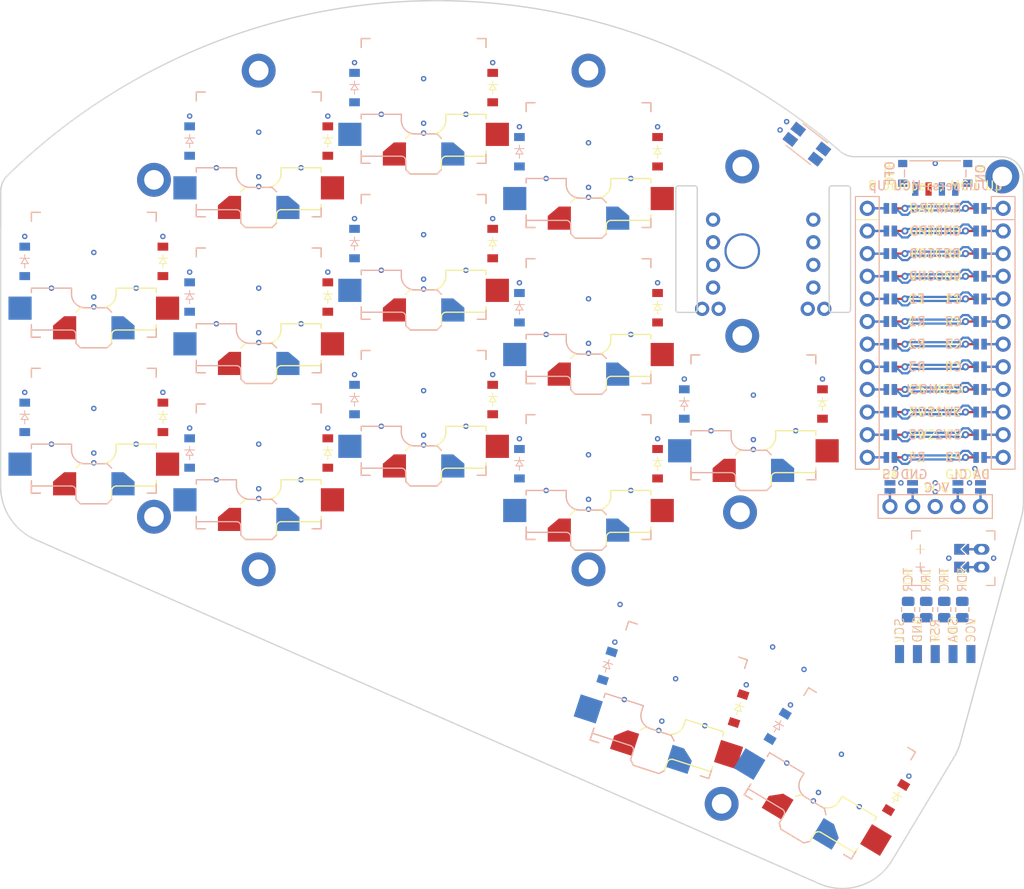
<source format=kicad_pcb>
(kicad_pcb (version 20171130) (host pcbnew 5.1.6)
  (title_block (title "snak_28") (rev "0.2.1") (company "JackMatanky"))
  (layers (0 F.Cu signal) (31 B.Cu signal) (34 B.Paste user) (35 F.Paste user) (36 B.SilkS user) (37 F.SilkS user) (38 B.Mask user) (39 F.Mask user) (44 Edge.Cuts user))
  (net 0 "")
  (net 1 "C1")
  (net 2 "pinky_mid")
  (net 3 "pinky_top")
  (net 4 "C2")
  (net 5 "ring_bot")
  (net 6 "ring_mid")
  (net 7 "ring_top")
  (net 8 "C3")
  (net 9 "middle_bot")
  (net 10 "middle_mid")
  (net 11 "middle_top")
  (net 12 "C4")
  (net 13 "index_bot")
  (net 14 "index_mid")
  (net 15 "index_top")
  (net 16 "C5")
  (net 17 "inner_mid")
  (net 18 "out_home")
  (net 19 "in_home")
  (net 20 "R2")
  (net 21 "R1")
  (net 22 "R3")
  (net 23 "R4")
  (net 24 "RAW")
  (net 25 "GND")
  (net 26 "RST")
  (net 27 "VCC")
  (net 28 "SW1")
  (net 29 "SW2")
  (net 30 "F2")
  (net 31 "TPC")
  (net 32 "TPD")
  (net 33 "F1")
  (net 34 "MOSI")
  (net 35 "SCK")
  (net 36 "CS")
  (net 37 "P101")
  (net 38 "P102")
  (net 39 "P107")
  (net 40 "MCU1_24")
  (net 41 "MCU1_1")
  (net 42 "MCU1_23")
  (net 43 "MCU1_2")
  (net 44 "MCU1_22")
  (net 45 "MCU1_3")
  (net 46 "MCU1_21")
  (net 47 "MCU1_4")
  (net 48 "MCU1_20")
  (net 49 "MCU1_5")
  (net 50 "MCU1_19")
  (net 51 "MCU1_6")
  (net 52 "MCU1_18")
  (net 53 "MCU1_7")
  (net 54 "MCU1_17")
  (net 55 "MCU1_8")
  (net 56 "MCU1_16")
  (net 57 "MCU1_9")
  (net 58 "MCU1_15")
  (net 59 "MCU1_10")
  (net 60 "MCU1_14")
  (net 61 "MCU1_11")
  (net 62 "MCU1_13")
  (net 63 "MCU1_12")
  (net 64 "DISP1_1")
  (net 65 "DISP1_2")
  (net 66 "DISP1_4")
  (net 67 "DISP1_5")
  (net 68 "pos")
  (net 69 "JST1_1")
  (net 70 "JST1_2")
  (net 71 "TPR")
  (net 72 "SMD_5_F")
  (net 73 "SMD_5_T")
  (net 74 "SMD_6_F")
  (net 75 "SMD_6_T")
  (net 76 "PAD_5")
  (module PG1350 (layer F.Cu) (at 100 82.5 180)
    (fp_text reference "S1" hide)
    (pad "" np_thru_hole circle (at 0 0) (size 3.429 3.429) (drill 3.429) (layers *.Cu *.Mask))
    (pad "" np_thru_hole circle (at 5.5 0) (size 1.7018 1.7018) (drill 1.7018) (layers *.Cu *.Mask))
    (pad "" np_thru_hole circle (at -5.5 0) (size 1.7018 1.7018) (drill 1.7018) (layers *.Cu *.Mask))
    (pad "" np_thru_hole circle (at 0 -5.95) (size 3 3) (drill 3) (layers *.Cu *.Mask))
    (pad 1 smd custom (at -3.275 -5.95 180) (size 1 1) (layers B.Cu B.Paste B.Mask) (options (clearance outline) (anchor rect)) (primitives (gr_poly (pts (xy -1.3 -1.3) (xy -1.3 0.25) (xy -0.05 1.3) (xy 1.3 1.3) (xy 1.3 -1.3)) (width 0))) (net 1 "C1"))
    (pad 2 smd rect (at 8.275 -3.75 180) (size 2.6 2.6) (layers B.Cu B.Paste B.Mask) (net 2 "pinky_mid"))
    (pad "" np_thru_hole circle (at 5 -3.75 195) (size 3 3) (drill 3) (layers *.Cu *.Mask))
    (pad 1 connect custom (at 3.275 -5.95 180) (size 0.5 0.5) (layers F.Cu F.Mask) (options (clearance outline) (anchor rect)) (primitives (gr_poly (pts (xy -1.3 -1.3) (xy -1.3 1.3) (xy 0.05 1.3) (xy 1.3 0.25) (xy 1.3 -1.3)) (width 0))) (net 1 "C1"))
    (pad 2 smd rect (at -8.275 -3.75 180) (size 2.6 2.6) (layers F.Cu F.Paste F.Mask) (net 2 "pinky_mid"))
    (pad "" np_thru_hole circle (at -5 -3.75 195) (size 3 3) (drill 3) (layers *.Cu *.Mask))
  )
  (module PG1350 (layer F.Cu) (at 100 65 180)
    (fp_text reference "S2" hide)
    (pad "" np_thru_hole circle (at 0 0) (size 3.429 3.429) (drill 3.429) (layers *.Cu *.Mask))
    (pad "" np_thru_hole circle (at 5.5 0) (size 1.7018 1.7018) (drill 1.7018) (layers *.Cu *.Mask))
    (pad "" np_thru_hole circle (at -5.5 0) (size 1.7018 1.7018) (drill 1.7018) (layers *.Cu *.Mask))
    (pad "" np_thru_hole circle (at 0 -5.95) (size 3 3) (drill 3) (layers *.Cu *.Mask))
    (pad 1 smd custom (at -3.275 -5.95 180) (size 1 1) (layers B.Cu B.Paste B.Mask) (options (clearance outline) (anchor rect)) (primitives (gr_poly (pts (xy -1.3 -1.3) (xy -1.3 0.25) (xy -0.05 1.3) (xy 1.3 1.3) (xy 1.3 -1.3)) (width 0))) (net 1 "C1"))
    (pad 2 smd rect (at 8.275 -3.75 180) (size 2.6 2.6) (layers B.Cu B.Paste B.Mask) (net 3 "pinky_top"))
    (pad "" np_thru_hole circle (at 5 -3.75 195) (size 3 3) (drill 3) (layers *.Cu *.Mask))
    (pad 1 connect custom (at 3.275 -5.95 180) (size 0.5 0.5) (layers F.Cu F.Mask) (options (clearance outline) (anchor rect)) (primitives (gr_poly (pts (xy -1.3 -1.3) (xy -1.3 1.3) (xy 0.05 1.3) (xy 1.3 0.25) (xy 1.3 -1.3)) (width 0))) (net 1 "C1"))
    (pad 2 smd rect (at -8.275 -3.75 180) (size 2.6 2.6) (layers F.Cu F.Paste F.Mask) (net 3 "pinky_top"))
    (pad "" np_thru_hole circle (at -5 -3.75 195) (size 3 3) (drill 3) (layers *.Cu *.Mask))
  )
  (module PG1350 (layer F.Cu) (at 118.5 86.5 180)
    (fp_text reference "S3" hide)
    (pad "" np_thru_hole circle (at 0 0) (size 3.429 3.429) (drill 3.429) (layers *.Cu *.Mask))
    (pad "" np_thru_hole circle (at 5.5 0) (size 1.7018 1.7018) (drill 1.7018) (layers *.Cu *.Mask))
    (pad "" np_thru_hole circle (at -5.5 0) (size 1.7018 1.7018) (drill 1.7018) (layers *.Cu *.Mask))
    (pad "" np_thru_hole circle (at 0 -5.95) (size 3 3) (drill 3) (layers *.Cu *.Mask))
    (pad 1 smd custom (at -3.275 -5.95 180) (size 1 1) (layers B.Cu B.Paste B.Mask) (options (clearance outline) (anchor rect)) (primitives (gr_poly (pts (xy -1.3 -1.3) (xy -1.3 0.25) (xy -0.05 1.3) (xy 1.3 1.3) (xy 1.3 -1.3)) (width 0))) (net 4 "C2"))
    (pad 2 smd rect (at 8.275 -3.75 180) (size 2.6 2.6) (layers B.Cu B.Paste B.Mask) (net 5 "ring_bot"))
    (pad "" np_thru_hole circle (at 5 -3.75 195) (size 3 3) (drill 3) (layers *.Cu *.Mask))
    (pad 1 connect custom (at 3.275 -5.95 180) (size 0.5 0.5) (layers F.Cu F.Mask) (options (clearance outline) (anchor rect)) (primitives (gr_poly (pts (xy -1.3 -1.3) (xy -1.3 1.3) (xy 0.05 1.3) (xy 1.3 0.25) (xy 1.3 -1.3)) (width 0))) (net 4 "C2"))
    (pad 2 smd rect (at -8.275 -3.75 180) (size 2.6 2.6) (layers F.Cu F.Paste F.Mask) (net 5 "ring_bot"))
    (pad "" np_thru_hole circle (at -5 -3.75 195) (size 3 3) (drill 3) (layers *.Cu *.Mask))
  )
  (module PG1350 (layer F.Cu) (at 118.5 69 180)
    (fp_text reference "S4" hide)
    (pad "" np_thru_hole circle (at 0 0) (size 3.429 3.429) (drill 3.429) (layers *.Cu *.Mask))
    (pad "" np_thru_hole circle (at 5.5 0) (size 1.7018 1.7018) (drill 1.7018) (layers *.Cu *.Mask))
    (pad "" np_thru_hole circle (at -5.5 0) (size 1.7018 1.7018) (drill 1.7018) (layers *.Cu *.Mask))
    (pad "" np_thru_hole circle (at 0 -5.95) (size 3 3) (drill 3) (layers *.Cu *.Mask))
    (pad 1 smd custom (at -3.275 -5.95 180) (size 1 1) (layers B.Cu B.Paste B.Mask) (options (clearance outline) (anchor rect)) (primitives (gr_poly (pts (xy -1.3 -1.3) (xy -1.3 0.25) (xy -0.05 1.3) (xy 1.3 1.3) (xy 1.3 -1.3)) (width 0))) (net 4 "C2"))
    (pad 2 smd rect (at 8.275 -3.75 180) (size 2.6 2.6) (layers B.Cu B.Paste B.Mask) (net 6 "ring_mid"))
    (pad "" np_thru_hole circle (at 5 -3.75 195) (size 3 3) (drill 3) (layers *.Cu *.Mask))
    (pad 1 connect custom (at 3.275 -5.95 180) (size 0.5 0.5) (layers F.Cu F.Mask) (options (clearance outline) (anchor rect)) (primitives (gr_poly (pts (xy -1.3 -1.3) (xy -1.3 1.3) (xy 0.05 1.3) (xy 1.3 0.25) (xy 1.3 -1.3)) (width 0))) (net 4 "C2"))
    (pad 2 smd rect (at -8.275 -3.75 180) (size 2.6 2.6) (layers F.Cu F.Paste F.Mask) (net 6 "ring_mid"))
    (pad "" np_thru_hole circle (at -5 -3.75 195) (size 3 3) (drill 3) (layers *.Cu *.Mask))
  )
  (module PG1350 (layer F.Cu) (at 118.5 51.5 180)
    (fp_text reference "S5" hide)
    (pad "" np_thru_hole circle (at 0 0) (size 3.429 3.429) (drill 3.429) (layers *.Cu *.Mask))
    (pad "" np_thru_hole circle (at 5.5 0) (size 1.7018 1.7018) (drill 1.7018) (layers *.Cu *.Mask))
    (pad "" np_thru_hole circle (at -5.5 0) (size 1.7018 1.7018) (drill 1.7018) (layers *.Cu *.Mask))
    (pad "" np_thru_hole circle (at 0 -5.95) (size 3 3) (drill 3) (layers *.Cu *.Mask))
    (pad 1 smd custom (at -3.275 -5.95 180) (size 1 1) (layers B.Cu B.Paste B.Mask) (options (clearance outline) (anchor rect)) (primitives (gr_poly (pts (xy -1.3 -1.3) (xy -1.3 0.25) (xy -0.05 1.3) (xy 1.3 1.3) (xy 1.3 -1.3)) (width 0))) (net 4 "C2"))
    (pad 2 smd rect (at 8.275 -3.75 180) (size 2.6 2.6) (layers B.Cu B.Paste B.Mask) (net 7 "ring_top"))
    (pad "" np_thru_hole circle (at 5 -3.75 195) (size 3 3) (drill 3) (layers *.Cu *.Mask))
    (pad 1 connect custom (at 3.275 -5.95 180) (size 0.5 0.5) (layers F.Cu F.Mask) (options (clearance outline) (anchor rect)) (primitives (gr_poly (pts (xy -1.3 -1.3) (xy -1.3 1.3) (xy 0.05 1.3) (xy 1.3 0.25) (xy 1.3 -1.3)) (width 0))) (net 4 "C2"))
    (pad 2 smd rect (at -8.275 -3.75 180) (size 2.6 2.6) (layers F.Cu F.Paste F.Mask) (net 7 "ring_top"))
    (pad "" np_thru_hole circle (at -5 -3.75 195) (size 3 3) (drill 3) (layers *.Cu *.Mask))
  )
  (module PG1350 (layer F.Cu) (at 137 80.5 180)
    (fp_text reference "S6" hide)
    (pad "" np_thru_hole circle (at 0 0) (size 3.429 3.429) (drill 3.429) (layers *.Cu *.Mask))
    (pad "" np_thru_hole circle (at 5.5 0) (size 1.7018 1.7018) (drill 1.7018) (layers *.Cu *.Mask))
    (pad "" np_thru_hole circle (at -5.5 0) (size 1.7018 1.7018) (drill 1.7018) (layers *.Cu *.Mask))
    (pad "" np_thru_hole circle (at 0 -5.95) (size 3 3) (drill 3) (layers *.Cu *.Mask))
    (pad 1 smd custom (at -3.275 -5.95 180) (size 1 1) (layers B.Cu B.Paste B.Mask) (options (clearance outline) (anchor rect)) (primitives (gr_poly (pts (xy -1.3 -1.3) (xy -1.3 0.25) (xy -0.05 1.3) (xy 1.3 1.3) (xy 1.3 -1.3)) (width 0))) (net 8 "C3"))
    (pad 2 smd rect (at 8.275 -3.75 180) (size 2.6 2.6) (layers B.Cu B.Paste B.Mask) (net 9 "middle_bot"))
    (pad "" np_thru_hole circle (at 5 -3.75 195) (size 3 3) (drill 3) (layers *.Cu *.Mask))
    (pad 1 connect custom (at 3.275 -5.95 180) (size 0.5 0.5) (layers F.Cu F.Mask) (options (clearance outline) (anchor rect)) (primitives (gr_poly (pts (xy -1.3 -1.3) (xy -1.3 1.3) (xy 0.05 1.3) (xy 1.3 0.25) (xy 1.3 -1.3)) (width 0))) (net 8 "C3"))
    (pad 2 smd rect (at -8.275 -3.75 180) (size 2.6 2.6) (layers F.Cu F.Paste F.Mask) (net 9 "middle_bot"))
    (pad "" np_thru_hole circle (at -5 -3.75 195) (size 3 3) (drill 3) (layers *.Cu *.Mask))
  )
  (module PG1350 (layer F.Cu) (at 137 63 180)
    (fp_text reference "S7" hide)
    (pad "" np_thru_hole circle (at 0 0) (size 3.429 3.429) (drill 3.429) (layers *.Cu *.Mask))
    (pad "" np_thru_hole circle (at 5.5 0) (size 1.7018 1.7018) (drill 1.7018) (layers *.Cu *.Mask))
    (pad "" np_thru_hole circle (at -5.5 0) (size 1.7018 1.7018) (drill 1.7018) (layers *.Cu *.Mask))
    (pad "" np_thru_hole circle (at 0 -5.95) (size 3 3) (drill 3) (layers *.Cu *.Mask))
    (pad 1 smd custom (at -3.275 -5.95 180) (size 1 1) (layers B.Cu B.Paste B.Mask) (options (clearance outline) (anchor rect)) (primitives (gr_poly (pts (xy -1.3 -1.3) (xy -1.3 0.25) (xy -0.05 1.3) (xy 1.3 1.3) (xy 1.3 -1.3)) (width 0))) (net 8 "C3"))
    (pad 2 smd rect (at 8.275 -3.75 180) (size 2.6 2.6) (layers B.Cu B.Paste B.Mask) (net 10 "middle_mid"))
    (pad "" np_thru_hole circle (at 5 -3.75 195) (size 3 3) (drill 3) (layers *.Cu *.Mask))
    (pad 1 connect custom (at 3.275 -5.95 180) (size 0.5 0.5) (layers F.Cu F.Mask) (options (clearance outline) (anchor rect)) (primitives (gr_poly (pts (xy -1.3 -1.3) (xy -1.3 1.3) (xy 0.05 1.3) (xy 1.3 0.25) (xy 1.3 -1.3)) (width 0))) (net 8 "C3"))
    (pad 2 smd rect (at -8.275 -3.75 180) (size 2.6 2.6) (layers F.Cu F.Paste F.Mask) (net 10 "middle_mid"))
    (pad "" np_thru_hole circle (at -5 -3.75 195) (size 3 3) (drill 3) (layers *.Cu *.Mask))
  )
  (module PG1350 (layer F.Cu) (at 137 45.5 180)
    (fp_text reference "S8" hide)
    (pad "" np_thru_hole circle (at 0 0) (size 3.429 3.429) (drill 3.429) (layers *.Cu *.Mask))
    (pad "" np_thru_hole circle (at 5.5 0) (size 1.7018 1.7018) (drill 1.7018) (layers *.Cu *.Mask))
    (pad "" np_thru_hole circle (at -5.5 0) (size 1.7018 1.7018) (drill 1.7018) (layers *.Cu *.Mask))
    (pad "" np_thru_hole circle (at 0 -5.95) (size 3 3) (drill 3) (layers *.Cu *.Mask))
    (pad 1 smd custom (at -3.275 -5.95 180) (size 1 1) (layers B.Cu B.Paste B.Mask) (options (clearance outline) (anchor rect)) (primitives (gr_poly (pts (xy -1.3 -1.3) (xy -1.3 0.25) (xy -0.05 1.3) (xy 1.3 1.3) (xy 1.3 -1.3)) (width 0))) (net 8 "C3"))
    (pad 2 smd rect (at 8.275 -3.75 180) (size 2.6 2.6) (layers B.Cu B.Paste B.Mask) (net 11 "middle_top"))
    (pad "" np_thru_hole circle (at 5 -3.75 195) (size 3 3) (drill 3) (layers *.Cu *.Mask))
    (pad 1 connect custom (at 3.275 -5.95 180) (size 0.5 0.5) (layers F.Cu F.Mask) (options (clearance outline) (anchor rect)) (primitives (gr_poly (pts (xy -1.3 -1.3) (xy -1.3 1.3) (xy 0.05 1.3) (xy 1.3 0.25) (xy 1.3 -1.3)) (width 0))) (net 8 "C3"))
    (pad 2 smd rect (at -8.275 -3.75 180) (size 2.6 2.6) (layers F.Cu F.Paste F.Mask) (net 11 "middle_top"))
    (pad "" np_thru_hole circle (at -5 -3.75 195) (size 3 3) (drill 3) (layers *.Cu *.Mask))
  )
  (module PG1350 (layer F.Cu) (at 155.5 87.7 180)
    (fp_text reference "S9" hide)
    (pad "" np_thru_hole circle (at 0 0) (size 3.429 3.429) (drill 3.429) (layers *.Cu *.Mask))
    (pad "" np_thru_hole circle (at 5.5 0) (size 1.7018 1.7018) (drill 1.7018) (layers *.Cu *.Mask))
    (pad "" np_thru_hole circle (at -5.5 0) (size 1.7018 1.7018) (drill 1.7018) (layers *.Cu *.Mask))
    (pad "" np_thru_hole circle (at 0 -5.95) (size 3 3) (drill 3) (layers *.Cu *.Mask))
    (pad 1 smd custom (at -3.275 -5.95 180) (size 1 1) (layers B.Cu B.Paste B.Mask) (options (clearance outline) (anchor rect)) (primitives (gr_poly (pts (xy -1.3 -1.3) (xy -1.3 0.25) (xy -0.05 1.3) (xy 1.3 1.3) (xy 1.3 -1.3)) (width 0))) (net 12 "C4"))
    (pad 2 smd rect (at 8.275 -3.75 180) (size 2.6 2.6) (layers B.Cu B.Paste B.Mask) (net 13 "index_bot"))
    (pad "" np_thru_hole circle (at 5 -3.75 195) (size 3 3) (drill 3) (layers *.Cu *.Mask))
    (pad 1 connect custom (at 3.275 -5.95 180) (size 0.5 0.5) (layers F.Cu F.Mask) (options (clearance outline) (anchor rect)) (primitives (gr_poly (pts (xy -1.3 -1.3) (xy -1.3 1.3) (xy 0.05 1.3) (xy 1.3 0.25) (xy 1.3 -1.3)) (width 0))) (net 12 "C4"))
    (pad 2 smd rect (at -8.275 -3.75 180) (size 2.6 2.6) (layers F.Cu F.Paste F.Mask) (net 13 "index_bot"))
    (pad "" np_thru_hole circle (at -5 -3.75 195) (size 3 3) (drill 3) (layers *.Cu *.Mask))
  )
  (module PG1350 (layer F.Cu) (at 155.5 70.2 180)
    (fp_text reference "S10" hide)
    (pad "" np_thru_hole circle (at 0 0) (size 3.429 3.429) (drill 3.429) (layers *.Cu *.Mask))
    (pad "" np_thru_hole circle (at 5.5 0) (size 1.7018 1.7018) (drill 1.7018) (layers *.Cu *.Mask))
    (pad "" np_thru_hole circle (at -5.5 0) (size 1.7018 1.7018) (drill 1.7018) (layers *.Cu *.Mask))
    (pad "" np_thru_hole circle (at 0 -5.95) (size 3 3) (drill 3) (layers *.Cu *.Mask))
    (pad 1 smd custom (at -3.275 -5.95 180) (size 1 1) (layers B.Cu B.Paste B.Mask) (options (clearance outline) (anchor rect)) (primitives (gr_poly (pts (xy -1.3 -1.3) (xy -1.3 0.25) (xy -0.05 1.3) (xy 1.3 1.3) (xy 1.3 -1.3)) (width 0))) (net 12 "C4"))
    (pad 2 smd rect (at 8.275 -3.75 180) (size 2.6 2.6) (layers B.Cu B.Paste B.Mask) (net 14 "index_mid"))
    (pad "" np_thru_hole circle (at 5 -3.75 195) (size 3 3) (drill 3) (layers *.Cu *.Mask))
    (pad 1 connect custom (at 3.275 -5.95 180) (size 0.5 0.5) (layers F.Cu F.Mask) (options (clearance outline) (anchor rect)) (primitives (gr_poly (pts (xy -1.3 -1.3) (xy -1.3 1.3) (xy 0.05 1.3) (xy 1.3 0.25) (xy 1.3 -1.3)) (width 0))) (net 12 "C4"))
    (pad 2 smd rect (at -8.275 -3.75 180) (size 2.6 2.6) (layers F.Cu F.Paste F.Mask) (net 14 "index_mid"))
    (pad "" np_thru_hole circle (at -5 -3.75 195) (size 3 3) (drill 3) (layers *.Cu *.Mask))
  )
  (module PG1350 (layer F.Cu) (at 155.5 52.7 180)
    (fp_text reference "S11" hide)
    (pad "" np_thru_hole circle (at 0 0) (size 3.429 3.429) (drill 3.429) (layers *.Cu *.Mask))
    (pad "" np_thru_hole circle (at 5.5 0) (size 1.7018 1.7018) (drill 1.7018) (layers *.Cu *.Mask))
    (pad "" np_thru_hole circle (at -5.5 0) (size 1.7018 1.7018) (drill 1.7018) (layers *.Cu *.Mask))
    (pad "" np_thru_hole circle (at 0 -5.95) (size 3 3) (drill 3) (layers *.Cu *.Mask))
    (pad 1 smd custom (at -3.275 -5.95 180) (size 1 1) (layers B.Cu B.Paste B.Mask) (options (clearance outline) (anchor rect)) (primitives (gr_poly (pts (xy -1.3 -1.3) (xy -1.3 0.25) (xy -0.05 1.3) (xy 1.3 1.3) (xy 1.3 -1.3)) (width 0))) (net 12 "C4"))
    (pad 2 smd rect (at 8.275 -3.75 180) (size 2.6 2.6) (layers B.Cu B.Paste B.Mask) (net 15 "index_top"))
    (pad "" np_thru_hole circle (at 5 -3.75 195) (size 3 3) (drill 3) (layers *.Cu *.Mask))
    (pad 1 connect custom (at 3.275 -5.95 180) (size 0.5 0.5) (layers F.Cu F.Mask) (options (clearance outline) (anchor rect)) (primitives (gr_poly (pts (xy -1.3 -1.3) (xy -1.3 1.3) (xy 0.05 1.3) (xy 1.3 0.25) (xy 1.3 -1.3)) (width 0))) (net 12 "C4"))
    (pad 2 smd rect (at -8.275 -3.75 180) (size 2.6 2.6) (layers F.Cu F.Paste F.Mask) (net 15 "index_top"))
    (pad "" np_thru_hole circle (at -5 -3.75 195) (size 3 3) (drill 3) (layers *.Cu *.Mask))
  )
  (module PG1350 (layer F.Cu) (at 174 81 180)
    (fp_text reference "S12" hide)
    (pad "" np_thru_hole circle (at 0 0) (size 3.429 3.429) (drill 3.429) (layers *.Cu *.Mask))
    (pad "" np_thru_hole circle (at 5.5 0) (size 1.7018 1.7018) (drill 1.7018) (layers *.Cu *.Mask))
    (pad "" np_thru_hole circle (at -5.5 0) (size 1.7018 1.7018) (drill 1.7018) (layers *.Cu *.Mask))
    (pad "" np_thru_hole circle (at 0 -5.95) (size 3 3) (drill 3) (layers *.Cu *.Mask))
    (pad 1 smd custom (at -3.275 -5.95 180) (size 1 1) (layers B.Cu B.Paste B.Mask) (options (clearance outline) (anchor rect)) (primitives (gr_poly (pts (xy -1.3 -1.3) (xy -1.3 0.25) (xy -0.05 1.3) (xy 1.3 1.3) (xy 1.3 -1.3)) (width 0))) (net 16 "C5"))
    (pad 2 smd rect (at 8.275 -3.75 180) (size 2.6 2.6) (layers B.Cu B.Paste B.Mask) (net 17 "inner_mid"))
    (pad "" np_thru_hole circle (at 5 -3.75 195) (size 3 3) (drill 3) (layers *.Cu *.Mask))
    (pad 1 connect custom (at 3.275 -5.95 180) (size 0.5 0.5) (layers F.Cu F.Mask) (options (clearance outline) (anchor rect)) (primitives (gr_poly (pts (xy -1.3 -1.3) (xy -1.3 1.3) (xy 0.05 1.3) (xy 1.3 0.25) (xy 1.3 -1.3)) (width 0))) (net 16 "C5"))
    (pad 2 smd rect (at -8.275 -3.75 180) (size 2.6 2.6) (layers F.Cu F.Paste F.Mask) (net 17 "inner_mid"))
    (pad "" np_thru_hole circle (at -5 -3.75 195) (size 3 3) (drill 3) (layers *.Cu *.Mask))
  )
  (module PG1350 (layer F.Cu) (at 164.5 112.7 162)
    (fp_text reference "S13" hide)
    (pad "" np_thru_hole circle (at 0 0) (size 3.429 3.429) (drill 3.429) (layers *.Cu *.Mask))
    (pad "" np_thru_hole circle (at 5.5 0) (size 1.7018 1.7018) (drill 1.7018) (layers *.Cu *.Mask))
    (pad "" np_thru_hole circle (at -5.5 0) (size 1.7018 1.7018) (drill 1.7018) (layers *.Cu *.Mask))
    (pad "" np_thru_hole circle (at 0 -5.95) (size 3 3) (drill 3) (layers *.Cu *.Mask))
    (pad 1 smd custom (at -3.275 -5.95 162) (size 1 1) (layers B.Cu B.Paste B.Mask) (options (clearance outline) (anchor rect)) (primitives (gr_poly (pts (xy -1.3 -1.3) (xy -1.3 0.25) (xy -0.05 1.3) (xy 1.3 1.3) (xy 1.3 -1.3)) (width 0))) (net 12 "C4"))
    (pad 2 smd rect (at 8.275 -3.75 162) (size 2.6 2.6) (layers B.Cu B.Paste B.Mask) (net 18 "out_home"))
    (pad "" np_thru_hole circle (at 5 -3.75 195) (size 3 3) (drill 3) (layers *.Cu *.Mask))
    (pad 1 connect custom (at 3.275 -5.95 162) (size 0.5 0.5) (layers F.Cu F.Mask) (options (clearance outline) (anchor rect)) (primitives (gr_poly (pts (xy -1.3 -1.3) (xy -1.3 1.3) (xy 0.05 1.3) (xy 1.3 0.25) (xy 1.3 -1.3)) (width 0))) (net 12 "C4"))
    (pad 2 smd rect (at -8.275 -3.75 162) (size 2.6 2.6) (layers F.Cu F.Paste F.Mask) (net 18 "out_home"))
    (pad "" np_thru_hole circle (at -5 -3.75 195) (size 3 3) (drill 3) (layers *.Cu *.Mask))
  )
  (module PG1350 (layer F.Cu) (at 182.588078 120.9429628 149)
    (fp_text reference "S14" hide)
    (pad "" np_thru_hole circle (at 0 0) (size 3.429 3.429) (drill 3.429) (layers *.Cu *.Mask))
    (pad "" np_thru_hole circle (at 5.5 0) (size 1.7018 1.7018) (drill 1.7018) (layers *.Cu *.Mask))
    (pad "" np_thru_hole circle (at -5.5 0) (size 1.7018 1.7018) (drill 1.7018) (layers *.Cu *.Mask))
    (pad "" np_thru_hole circle (at 0 -5.95) (size 3 3) (drill 3) (layers *.Cu *.Mask))
    (pad 1 smd custom (at -3.275 -5.95 149) (size 1 1) (layers B.Cu B.Paste B.Mask) (options (clearance outline) (anchor rect)) (primitives (gr_poly (pts (xy -1.3 -1.3) (xy -1.3 0.25) (xy -0.05 1.3) (xy 1.3 1.3) (xy 1.3 -1.3)) (width 0))) (net 16 "C5"))
    (pad 2 smd rect (at 8.275 -3.75 149) (size 2.6 2.6) (layers B.Cu B.Paste B.Mask) (net 19 "in_home"))
    (pad "" np_thru_hole circle (at 5 -3.75 195) (size 3 3) (drill 3) (layers *.Cu *.Mask))
    (pad 1 connect custom (at 3.275 -5.95 149) (size 0.5 0.5) (layers F.Cu F.Mask) (options (clearance outline) (anchor rect)) (primitives (gr_poly (pts (xy -1.3 -1.3) (xy -1.3 1.3) (xy 0.05 1.3) (xy 1.3 0.25) (xy 1.3 -1.3)) (width 0))) (net 16 "C5"))
    (pad 2 smd rect (at -8.275 -3.75 149) (size 2.6 2.6) (layers F.Cu F.Paste F.Mask) (net 19 "in_home"))
    (pad "" np_thru_hole circle (at -5 -3.75 195) (size 3 3) (drill 3) (layers *.Cu *.Mask))
  )
  (module "ceoloide:diode_tht_sod123" (layer F.Cu) (at 107.75 81 270)
    (fp_text reference "D1" hide)
    (pad 1 smd rect (at -1.65 0 270) (size 0.9 1.2) (layers F.Cu F.Paste F.Mask) (net 20 "R2"))
    (pad 2 smd rect (at 1.65 0 270) (size 0.9 1.2) (layers F.Cu F.Paste F.Mask) (net 2 "pinky_mid"))
  )
  (module "ceoloide:diode_tht_sod123" (layer F.Cu) (at 107.75 63.5 270)
    (fp_text reference "D2" hide)
    (pad 1 smd rect (at -1.65 0 270) (size 0.9 1.2) (layers F.Cu F.Paste F.Mask) (net 21 "R1"))
    (pad 2 smd rect (at 1.65 0 270) (size 0.9 1.2) (layers F.Cu F.Paste F.Mask) (net 3 "pinky_top"))
  )
  (module "ceoloide:diode_tht_sod123" (layer F.Cu) (at 126.25 85 270)
    (fp_text reference "D3" hide)
    (pad 1 smd rect (at -1.65 0 270) (size 0.9 1.2) (layers F.Cu F.Paste F.Mask) (net 22 "R3"))
    (pad 2 smd rect (at 1.65 0 270) (size 0.9 1.2) (layers F.Cu F.Paste F.Mask) (net 5 "ring_bot"))
  )
  (module "ceoloide:diode_tht_sod123" (layer F.Cu) (at 126.25 67.5 270)
    (fp_text reference "D4" hide)
    (pad 1 smd rect (at -1.65 0 270) (size 0.9 1.2) (layers F.Cu F.Paste F.Mask) (net 20 "R2"))
    (pad 2 smd rect (at 1.65 0 270) (size 0.9 1.2) (layers F.Cu F.Paste F.Mask) (net 6 "ring_mid"))
  )
  (module "ceoloide:diode_tht_sod123" (layer F.Cu) (at 126.25 50 270)
    (fp_text reference "D5" hide)
    (pad 1 smd rect (at -1.65 0 270) (size 0.9 1.2) (layers F.Cu F.Paste F.Mask) (net 21 "R1"))
    (pad 2 smd rect (at 1.65 0 270) (size 0.9 1.2) (layers F.Cu F.Paste F.Mask) (net 7 "ring_top"))
  )
  (module "ceoloide:diode_tht_sod123" (layer F.Cu) (at 144.75 79 270)
    (fp_text reference "D6" hide)
    (pad 1 smd rect (at -1.65 0 270) (size 0.9 1.2) (layers F.Cu F.Paste F.Mask) (net 22 "R3"))
    (pad 2 smd rect (at 1.65 0 270) (size 0.9 1.2) (layers F.Cu F.Paste F.Mask) (net 9 "middle_bot"))
  )
  (module "ceoloide:diode_tht_sod123" (layer F.Cu) (at 144.75 61.5 270)
    (fp_text reference "D7" hide)
    (pad 1 smd rect (at -1.65 0 270) (size 0.9 1.2) (layers F.Cu F.Paste F.Mask) (net 20 "R2"))
    (pad 2 smd rect (at 1.65 0 270) (size 0.9 1.2) (layers F.Cu F.Paste F.Mask) (net 10 "middle_mid"))
  )
  (module "ceoloide:diode_tht_sod123" (layer F.Cu) (at 144.75 44 270)
    (fp_text reference "D8" hide)
    (pad 1 smd rect (at -1.65 0 270) (size 0.9 1.2) (layers F.Cu F.Paste F.Mask) (net 21 "R1"))
    (pad 2 smd rect (at 1.65 0 270) (size 0.9 1.2) (layers F.Cu F.Paste F.Mask) (net 11 "middle_top"))
  )
  (module "ceoloide:diode_tht_sod123" (layer F.Cu) (at 163.25 86.2 270)
    (fp_text reference "D9" hide)
    (pad 1 smd rect (at -1.65 0 270) (size 0.9 1.2) (layers F.Cu F.Paste F.Mask) (net 22 "R3"))
    (pad 2 smd rect (at 1.65 0 270) (size 0.9 1.2) (layers F.Cu F.Paste F.Mask) (net 13 "index_bot"))
  )
  (module "ceoloide:diode_tht_sod123" (layer F.Cu) (at 163.25 68.7 270)
    (fp_text reference "D10" hide)
    (pad 1 smd rect (at -1.65 0 270) (size 0.9 1.2) (layers F.Cu F.Paste F.Mask) (net 20 "R2"))
    (pad 2 smd rect (at 1.65 0 270) (size 0.9 1.2) (layers F.Cu F.Paste F.Mask) (net 14 "index_mid"))
  )
  (module "ceoloide:diode_tht_sod123" (layer F.Cu) (at 163.25 51.2 270)
    (fp_text reference "D11" hide)
    (pad 1 smd rect (at -1.65 0 270) (size 0.9 1.2) (layers F.Cu F.Paste F.Mask) (net 21 "R1"))
    (pad 2 smd rect (at 1.65 0 270) (size 0.9 1.2) (layers F.Cu F.Paste F.Mask) (net 15 "index_top"))
  )
  (module "ceoloide:diode_tht_sod123" (layer F.Cu) (at 181.75 79.5 270)
    (fp_text reference "D12" hide)
    (pad 1 smd rect (at -1.65 0 270) (size 0.9 1.2) (layers F.Cu F.Paste F.Mask) (net 20 "R2"))
    (pad 2 smd rect (at 1.65 0 270) (size 0.9 1.2) (layers F.Cu F.Paste F.Mask) (net 17 "inner_mid"))
  )
  (module "ceoloide:diode_tht_sod123" (layer F.Cu) (at 172.3342135 113.6682969 252)
    (fp_text reference "D13" hide)
    (pad 1 smd rect (at -1.65 0 252) (size 0.9 1.2) (layers F.Cu F.Paste F.Mask) (net 23 "R4"))
    (pad 2 smd rect (at 1.65 0 252) (size 0.9 1.2) (layers F.Cu F.Paste F.Mask) (net 18 "out_home"))
  )
  (module "ceoloide:diode_tht_sod123" (layer F.Cu) (at 190.0036817 123.64875690000001 239)
    (fp_text reference "D14" hide)
    (pad 1 smd rect (at -1.65 0 239) (size 0.9 1.2) (layers F.Cu F.Paste F.Mask) (net 23 "R4"))
    (pad 2 smd rect (at 1.65 0 239) (size 0.9 1.2) (layers F.Cu F.Paste F.Mask) (net 19 "in_home"))
  )
  (module "ceoloide:diode_tht_sod123" (layer B.Cu) (at 92.25 81 270)
    (fp_text reference "D15" hide)
    (pad 2 smd rect (at 1.65 0 270) (size 0.9 1.2) (layers B.Cu B.Paste B.Mask) (net 2 "pinky_mid"))
    (pad 1 smd rect (at -1.65 0 270) (size 0.9 1.2) (layers B.Cu B.Paste B.Mask) (net 20 "R2"))
  )
  (module "ceoloide:diode_tht_sod123" (layer B.Cu) (at 92.25 63.5 270)
    (fp_text reference "D16" hide)
    (pad 2 smd rect (at 1.65 0 270) (size 0.9 1.2) (layers B.Cu B.Paste B.Mask) (net 3 "pinky_top"))
    (pad 1 smd rect (at -1.65 0 270) (size 0.9 1.2) (layers B.Cu B.Paste B.Mask) (net 21 "R1"))
  )
  (module "ceoloide:diode_tht_sod123" (layer B.Cu) (at 110.75 85 270)
    (fp_text reference "D17" hide)
    (pad 2 smd rect (at 1.65 0 270) (size 0.9 1.2) (layers B.Cu B.Paste B.Mask) (net 5 "ring_bot"))
    (pad 1 smd rect (at -1.65 0 270) (size 0.9 1.2) (layers B.Cu B.Paste B.Mask) (net 22 "R3"))
  )
  (module "ceoloide:diode_tht_sod123" (layer B.Cu) (at 110.75 67.5 270)
    (fp_text reference "D18" hide)
    (pad 2 smd rect (at 1.65 0 270) (size 0.9 1.2) (layers B.Cu B.Paste B.Mask) (net 6 "ring_mid"))
    (pad 1 smd rect (at -1.65 0 270) (size 0.9 1.2) (layers B.Cu B.Paste B.Mask) (net 20 "R2"))
  )
  (module "ceoloide:diode_tht_sod123" (layer B.Cu) (at 110.75 50 270)
    (fp_text reference "D19" hide)
    (pad 2 smd rect (at 1.65 0 270) (size 0.9 1.2) (layers B.Cu B.Paste B.Mask) (net 7 "ring_top"))
    (pad 1 smd rect (at -1.65 0 270) (size 0.9 1.2) (layers B.Cu B.Paste B.Mask) (net 21 "R1"))
  )
  (module "ceoloide:diode_tht_sod123" (layer B.Cu) (at 129.25 79 270)
    (fp_text reference "D20" hide)
    (pad 2 smd rect (at 1.65 0 270) (size 0.9 1.2) (layers B.Cu B.Paste B.Mask) (net 9 "middle_bot"))
    (pad 1 smd rect (at -1.65 0 270) (size 0.9 1.2) (layers B.Cu B.Paste B.Mask) (net 22 "R3"))
  )
  (module "ceoloide:diode_tht_sod123" (layer B.Cu) (at 129.25 61.5 270)
    (fp_text reference "D21" hide)
    (pad 2 smd rect (at 1.65 0 270) (size 0.9 1.2) (layers B.Cu B.Paste B.Mask) (net 10 "middle_mid"))
    (pad 1 smd rect (at -1.65 0 270) (size 0.9 1.2) (layers B.Cu B.Paste B.Mask) (net 20 "R2"))
  )
  (module "ceoloide:diode_tht_sod123" (layer B.Cu) (at 129.25 44 270)
    (fp_text reference "D22" hide)
    (pad 2 smd rect (at 1.65 0 270) (size 0.9 1.2) (layers B.Cu B.Paste B.Mask) (net 11 "middle_top"))
    (pad 1 smd rect (at -1.65 0 270) (size 0.9 1.2) (layers B.Cu B.Paste B.Mask) (net 21 "R1"))
  )
  (module "ceoloide:diode_tht_sod123" (layer B.Cu) (at 147.75 86.2 270)
    (fp_text reference "D23" hide)
    (pad 2 smd rect (at 1.65 0 270) (size 0.9 1.2) (layers B.Cu B.Paste B.Mask) (net 13 "index_bot"))
    (pad 1 smd rect (at -1.65 0 270) (size 0.9 1.2) (layers B.Cu B.Paste B.Mask) (net 22 "R3"))
  )
  (module "ceoloide:diode_tht_sod123" (layer B.Cu) (at 147.75 68.7 270)
    (fp_text reference "D24" hide)
    (pad 2 smd rect (at 1.65 0 270) (size 0.9 1.2) (layers B.Cu B.Paste B.Mask) (net 14 "index_mid"))
    (pad 1 smd rect (at -1.65 0 270) (size 0.9 1.2) (layers B.Cu B.Paste B.Mask) (net 20 "R2"))
  )
  (module "ceoloide:diode_tht_sod123" (layer B.Cu) (at 147.75 51.2 270)
    (fp_text reference "D25" hide)
    (pad 2 smd rect (at 1.65 0 270) (size 0.9 1.2) (layers B.Cu B.Paste B.Mask) (net 15 "index_top"))
    (pad 1 smd rect (at -1.65 0 270) (size 0.9 1.2) (layers B.Cu B.Paste B.Mask) (net 21 "R1"))
  )
  (module "ceoloide:diode_tht_sod123" (layer B.Cu) (at 166.25 79.5 270)
    (fp_text reference "D26" hide)
    (pad 2 smd rect (at 1.65 0 270) (size 0.9 1.2) (layers B.Cu B.Paste B.Mask) (net 17 "inner_mid"))
    (pad 1 smd rect (at -1.65 0 270) (size 0.9 1.2) (layers B.Cu B.Paste B.Mask) (net 20 "R2"))
  )
  (module "ceoloide:diode_tht_sod123" (layer B.Cu) (at 157.5928375 108.8785335 252)
    (fp_text reference "D27" hide)
    (pad 2 smd rect (at 1.65 0 252) (size 0.9 1.2) (layers B.Cu B.Paste B.Mask) (net 18 "out_home"))
    (pad 1 smd rect (at -1.65 0 252) (size 0.9 1.2) (layers B.Cu B.Paste B.Mask) (net 23 "R4"))
  )
  (module "ceoloide:diode_tht_sod123" (layer B.Cu) (at 176.7175885 115.6656668 239)
    (fp_text reference "D28" hide)
    (pad 2 smd rect (at 1.65 0 239) (size 0.9 1.2) (layers B.Cu B.Paste B.Mask) (net 19 "in_home"))
    (pad 1 smd rect (at -1.65 0 239) (size 0.9 1.2) (layers B.Cu B.Paste B.Mask) (net 23 "R4"))
  )
  (module VIA-0.6mm (layer F.Cu) (at 107.75 78.2 0)
    (fp_text reference REF** hide)
    (fp_text value VIA-0.6mm hide)
    (pad 1 thru_hole circle (at 0 0) (size 0.6 0.6) (drill 0.3) (layers *.Cu) (net 20 "R2"))
  )
  (module VIA-0.6mm (layer F.Cu) (at 107.75 60.7 0)
    (fp_text reference REF** hide)
    (fp_text value VIA-0.6mm hide)
    (pad 1 thru_hole circle (at 0 0) (size 0.6 0.6) (drill 0.3) (layers *.Cu) (net 21 "R1"))
  )
  (module VIA-0.6mm (layer F.Cu) (at 126.25 82.2 0)
    (fp_text reference REF** hide)
    (fp_text value VIA-0.6mm hide)
    (pad 1 thru_hole circle (at 0 0) (size 0.6 0.6) (drill 0.3) (layers *.Cu) (net 22 "R3"))
  )
  (module VIA-0.6mm (layer F.Cu) (at 126.25 64.7 0)
    (fp_text reference REF** hide)
    (fp_text value VIA-0.6mm hide)
    (pad 1 thru_hole circle (at 0 0) (size 0.6 0.6) (drill 0.3) (layers *.Cu) (net 20 "R2"))
  )
  (module VIA-0.6mm (layer F.Cu) (at 126.25 47.2 0)
    (fp_text reference REF** hide)
    (fp_text value VIA-0.6mm hide)
    (pad 1 thru_hole circle (at 0 0) (size 0.6 0.6) (drill 0.3) (layers *.Cu) (net 21 "R1"))
  )
  (module VIA-0.6mm (layer F.Cu) (at 144.75 76.2 0)
    (fp_text reference REF** hide)
    (fp_text value VIA-0.6mm hide)
    (pad 1 thru_hole circle (at 0 0) (size 0.6 0.6) (drill 0.3) (layers *.Cu) (net 22 "R3"))
  )
  (module VIA-0.6mm (layer F.Cu) (at 144.75 58.7 0)
    (fp_text reference REF** hide)
    (fp_text value VIA-0.6mm hide)
    (pad 1 thru_hole circle (at 0 0) (size 0.6 0.6) (drill 0.3) (layers *.Cu) (net 20 "R2"))
  )
  (module VIA-0.6mm (layer F.Cu) (at 144.75 41.2 0)
    (fp_text reference REF** hide)
    (fp_text value VIA-0.6mm hide)
    (pad 1 thru_hole circle (at 0 0) (size 0.6 0.6) (drill 0.3) (layers *.Cu) (net 21 "R1"))
  )
  (module VIA-0.6mm (layer F.Cu) (at 163.25 83.4 0)
    (fp_text reference REF** hide)
    (fp_text value VIA-0.6mm hide)
    (pad 1 thru_hole circle (at 0 0) (size 0.6 0.6) (drill 0.3) (layers *.Cu) (net 22 "R3"))
  )
  (module VIA-0.6mm (layer F.Cu) (at 163.25 65.9 0)
    (fp_text reference REF** hide)
    (fp_text value VIA-0.6mm hide)
    (pad 1 thru_hole circle (at 0 0) (size 0.6 0.6) (drill 0.3) (layers *.Cu) (net 20 "R2"))
  )
  (module VIA-0.6mm (layer F.Cu) (at 163.25 48.400000000000006 0)
    (fp_text reference REF** hide)
    (fp_text value VIA-0.6mm hide)
    (pad 1 thru_hole circle (at 0 0) (size 0.6 0.6) (drill 0.3) (layers *.Cu) (net 21 "R1"))
  )
  (module VIA-0.6mm (layer F.Cu) (at 181.75 76.7 0)
    (fp_text reference REF** hide)
    (fp_text value VIA-0.6mm hide)
    (pad 1 thru_hole circle (at 0 0) (size 0.6 0.6) (drill 0.3) (layers *.Cu) (net 20 "R2"))
  )
  (module VIA-0.6mm (layer F.Cu) (at 173.1994611 111.00533870000001 -18)
    (fp_text reference REF** hide)
    (fp_text value VIA-0.6mm hide)
    (pad 1 thru_hole circle (at 0 0) (size 0.6 0.6) (drill 0.3) (layers *.Cu) (net 23 "R4"))
  )
  (module VIA-0.6mm (layer F.Cu) (at 191.4457883 121.2486885 -31)
    (fp_text reference REF** hide)
    (fp_text value VIA-0.6mm hide)
    (pad 1 thru_hole circle (at 0 0) (size 0.6 0.6) (drill 0.3) (layers *.Cu) (net 23 "R4"))
  )
  (module VIA-0.6mm (layer F.Cu) (at 104.75 84 0)
    (fp_text reference REF** hide)
    (fp_text value VIA-0.6mm hide)
    (pad 1 thru_hole circle (at 0 0) (size 0.6 0.6) (drill 0.3) (layers *.Cu) (net 2 "pinky_mid"))
  )
  (module VIA-0.6mm (layer F.Cu) (at 104.75 66.5 0)
    (fp_text reference REF** hide)
    (fp_text value VIA-0.6mm hide)
    (pad 1 thru_hole circle (at 0 0) (size 0.6 0.6) (drill 0.3) (layers *.Cu) (net 3 "pinky_top"))
  )
  (module VIA-0.6mm (layer F.Cu) (at 123.25 88 0)
    (fp_text reference REF** hide)
    (fp_text value VIA-0.6mm hide)
    (pad 1 thru_hole circle (at 0 0) (size 0.6 0.6) (drill 0.3) (layers *.Cu) (net 5 "ring_bot"))
  )
  (module VIA-0.6mm (layer F.Cu) (at 123.25 70.5 0)
    (fp_text reference REF** hide)
    (fp_text value VIA-0.6mm hide)
    (pad 1 thru_hole circle (at 0 0) (size 0.6 0.6) (drill 0.3) (layers *.Cu) (net 6 "ring_mid"))
  )
  (module VIA-0.6mm (layer F.Cu) (at 123.25 53 0)
    (fp_text reference REF** hide)
    (fp_text value VIA-0.6mm hide)
    (pad 1 thru_hole circle (at 0 0) (size 0.6 0.6) (drill 0.3) (layers *.Cu) (net 7 "ring_top"))
  )
  (module VIA-0.6mm (layer F.Cu) (at 141.75 82 0)
    (fp_text reference REF** hide)
    (fp_text value VIA-0.6mm hide)
    (pad 1 thru_hole circle (at 0 0) (size 0.6 0.6) (drill 0.3) (layers *.Cu) (net 9 "middle_bot"))
  )
  (module VIA-0.6mm (layer F.Cu) (at 141.75 64.5 0)
    (fp_text reference REF** hide)
    (fp_text value VIA-0.6mm hide)
    (pad 1 thru_hole circle (at 0 0) (size 0.6 0.6) (drill 0.3) (layers *.Cu) (net 10 "middle_mid"))
  )
  (module VIA-0.6mm (layer F.Cu) (at 141.75 47 0)
    (fp_text reference REF** hide)
    (fp_text value VIA-0.6mm hide)
    (pad 1 thru_hole circle (at 0 0) (size 0.6 0.6) (drill 0.3) (layers *.Cu) (net 11 "middle_top"))
  )
  (module VIA-0.6mm (layer F.Cu) (at 160.25 89.2 0)
    (fp_text reference REF** hide)
    (fp_text value VIA-0.6mm hide)
    (pad 1 thru_hole circle (at 0 0) (size 0.6 0.6) (drill 0.3) (layers *.Cu) (net 13 "index_bot"))
  )
  (module VIA-0.6mm (layer F.Cu) (at 160.25 71.7 0)
    (fp_text reference REF** hide)
    (fp_text value VIA-0.6mm hide)
    (pad 1 thru_hole circle (at 0 0) (size 0.6 0.6) (drill 0.3) (layers *.Cu) (net 14 "index_mid"))
  )
  (module VIA-0.6mm (layer F.Cu) (at 160.25 54.2 0)
    (fp_text reference REF** hide)
    (fp_text value VIA-0.6mm hide)
    (pad 1 thru_hole circle (at 0 0) (size 0.6 0.6) (drill 0.3) (layers *.Cu) (net 15 "index_top"))
  )
  (module VIA-0.6mm (layer F.Cu) (at 178.75 82.5 0)
    (fp_text reference REF** hide)
    (fp_text value VIA-0.6mm hide)
    (pad 1 thru_hole circle (at 0 0) (size 0.6 0.6) (drill 0.3) (layers *.Cu) (net 17 "inner_mid"))
  )
  (module VIA-0.6mm (layer F.Cu) (at 168.553993 115.5944155 -18)
    (fp_text reference REF** hide)
    (fp_text value VIA-0.6mm hide)
    (pad 1 thru_hole circle (at 0 0) (size 0.6 0.6) (drill 0.3) (layers *.Cu) (net 18 "out_home"))
  )
  (module VIA-0.6mm (layer F.Cu) (at 185.8870656 124.67514460000001 -31)
    (fp_text reference REF** hide)
    (fp_text value VIA-0.6mm hide)
    (pad 1 thru_hole circle (at 0 0) (size 0.6 0.6) (drill 0.3) (layers *.Cu) (net 19 "in_home"))
  )
  (module VIA-0.6mm (layer F.Cu) (at 92.25 78.2 0)
    (fp_text reference REF** hide)
    (fp_text value VIA-0.6mm hide)
    (pad 1 thru_hole circle (at 0 0) (size 0.6 0.6) (drill 0.3) (layers *.Cu) (net 20 "R2"))
  )
  (module VIA-0.6mm (layer F.Cu) (at 92.25 60.7 0)
    (fp_text reference REF** hide)
    (fp_text value VIA-0.6mm hide)
    (pad 1 thru_hole circle (at 0 0) (size 0.6 0.6) (drill 0.3) (layers *.Cu) (net 21 "R1"))
  )
  (module VIA-0.6mm (layer F.Cu) (at 110.75 82.2 0)
    (fp_text reference REF** hide)
    (fp_text value VIA-0.6mm hide)
    (pad 1 thru_hole circle (at 0 0) (size 0.6 0.6) (drill 0.3) (layers *.Cu) (net 22 "R3"))
  )
  (module VIA-0.6mm (layer F.Cu) (at 110.75 64.7 0)
    (fp_text reference REF** hide)
    (fp_text value VIA-0.6mm hide)
    (pad 1 thru_hole circle (at 0 0) (size 0.6 0.6) (drill 0.3) (layers *.Cu) (net 20 "R2"))
  )
  (module VIA-0.6mm (layer F.Cu) (at 110.75 47.2 0)
    (fp_text reference REF** hide)
    (fp_text value VIA-0.6mm hide)
    (pad 1 thru_hole circle (at 0 0) (size 0.6 0.6) (drill 0.3) (layers *.Cu) (net 21 "R1"))
  )
  (module VIA-0.6mm (layer F.Cu) (at 129.25 76.2 0)
    (fp_text reference REF** hide)
    (fp_text value VIA-0.6mm hide)
    (pad 1 thru_hole circle (at 0 0) (size 0.6 0.6) (drill 0.3) (layers *.Cu) (net 22 "R3"))
  )
  (module VIA-0.6mm (layer F.Cu) (at 129.25 58.7 0)
    (fp_text reference REF** hide)
    (fp_text value VIA-0.6mm hide)
    (pad 1 thru_hole circle (at 0 0) (size 0.6 0.6) (drill 0.3) (layers *.Cu) (net 20 "R2"))
  )
  (module VIA-0.6mm (layer F.Cu) (at 129.25 41.2 0)
    (fp_text reference REF** hide)
    (fp_text value VIA-0.6mm hide)
    (pad 1 thru_hole circle (at 0 0) (size 0.6 0.6) (drill 0.3) (layers *.Cu) (net 21 "R1"))
  )
  (module VIA-0.6mm (layer F.Cu) (at 147.75 83.4 0)
    (fp_text reference REF** hide)
    (fp_text value VIA-0.6mm hide)
    (pad 1 thru_hole circle (at 0 0) (size 0.6 0.6) (drill 0.3) (layers *.Cu) (net 22 "R3"))
  )
  (module VIA-0.6mm (layer F.Cu) (at 147.75 65.9 0)
    (fp_text reference REF** hide)
    (fp_text value VIA-0.6mm hide)
    (pad 1 thru_hole circle (at 0 0) (size 0.6 0.6) (drill 0.3) (layers *.Cu) (net 20 "R2"))
  )
  (module VIA-0.6mm (layer F.Cu) (at 147.75 48.400000000000006 0)
    (fp_text reference REF** hide)
    (fp_text value VIA-0.6mm hide)
    (pad 1 thru_hole circle (at 0 0) (size 0.6 0.6) (drill 0.3) (layers *.Cu) (net 21 "R1"))
  )
  (module VIA-0.6mm (layer F.Cu) (at 166.25 76.7 0)
    (fp_text reference REF** hide)
    (fp_text value VIA-0.6mm hide)
    (pad 1 thru_hole circle (at 0 0) (size 0.6 0.6) (drill 0.3) (layers *.Cu) (net 20 "R2"))
  )
  (module VIA-0.6mm (layer F.Cu) (at 158.4580851 106.2155753 -18)
    (fp_text reference REF** hide)
    (fp_text value VIA-0.6mm hide)
    (pad 1 thru_hole circle (at 0 0) (size 0.6 0.6) (drill 0.3) (layers *.Cu) (net 23 "R4"))
  )
  (module VIA-0.6mm (layer F.Cu) (at 178.1596951 113.26559830000001 -31)
    (fp_text reference REF** hide)
    (fp_text value VIA-0.6mm hide)
    (pad 1 thru_hole circle (at 0 0) (size 0.6 0.6) (drill 0.3) (layers *.Cu) (net 23 "R4"))
  )
  (module VIA-0.6mm (layer F.Cu) (at 95.25 84 0)
    (fp_text reference REF** hide)
    (fp_text value VIA-0.6mm hide)
    (pad 1 thru_hole circle (at 0 0) (size 0.6 0.6) (drill 0.3) (layers *.Cu) (net 2 "pinky_mid"))
  )
  (module VIA-0.6mm (layer F.Cu) (at 95.25 66.5 0)
    (fp_text reference REF** hide)
    (fp_text value VIA-0.6mm hide)
    (pad 1 thru_hole circle (at 0 0) (size 0.6 0.6) (drill 0.3) (layers *.Cu) (net 3 "pinky_top"))
  )
  (module VIA-0.6mm (layer F.Cu) (at 113.75 88 0)
    (fp_text reference REF** hide)
    (fp_text value VIA-0.6mm hide)
    (pad 1 thru_hole circle (at 0 0) (size 0.6 0.6) (drill 0.3) (layers *.Cu) (net 5 "ring_bot"))
  )
  (module VIA-0.6mm (layer F.Cu) (at 113.75 70.5 0)
    (fp_text reference REF** hide)
    (fp_text value VIA-0.6mm hide)
    (pad 1 thru_hole circle (at 0 0) (size 0.6 0.6) (drill 0.3) (layers *.Cu) (net 6 "ring_mid"))
  )
  (module VIA-0.6mm (layer F.Cu) (at 113.75 53 0)
    (fp_text reference REF** hide)
    (fp_text value VIA-0.6mm hide)
    (pad 1 thru_hole circle (at 0 0) (size 0.6 0.6) (drill 0.3) (layers *.Cu) (net 7 "ring_top"))
  )
  (module VIA-0.6mm (layer F.Cu) (at 132.25 82 0)
    (fp_text reference REF** hide)
    (fp_text value VIA-0.6mm hide)
    (pad 1 thru_hole circle (at 0 0) (size 0.6 0.6) (drill 0.3) (layers *.Cu) (net 9 "middle_bot"))
  )
  (module VIA-0.6mm (layer F.Cu) (at 132.25 64.5 0)
    (fp_text reference REF** hide)
    (fp_text value VIA-0.6mm hide)
    (pad 1 thru_hole circle (at 0 0) (size 0.6 0.6) (drill 0.3) (layers *.Cu) (net 10 "middle_mid"))
  )
  (module VIA-0.6mm (layer F.Cu) (at 132.25 47 0)
    (fp_text reference REF** hide)
    (fp_text value VIA-0.6mm hide)
    (pad 1 thru_hole circle (at 0 0) (size 0.6 0.6) (drill 0.3) (layers *.Cu) (net 11 "middle_top"))
  )
  (module VIA-0.6mm (layer F.Cu) (at 150.75 89.2 0)
    (fp_text reference REF** hide)
    (fp_text value VIA-0.6mm hide)
    (pad 1 thru_hole circle (at 0 0) (size 0.6 0.6) (drill 0.3) (layers *.Cu) (net 13 "index_bot"))
  )
  (module VIA-0.6mm (layer F.Cu) (at 150.75 71.7 0)
    (fp_text reference REF** hide)
    (fp_text value VIA-0.6mm hide)
    (pad 1 thru_hole circle (at 0 0) (size 0.6 0.6) (drill 0.3) (layers *.Cu) (net 14 "index_mid"))
  )
  (module VIA-0.6mm (layer F.Cu) (at 150.75 54.2 0)
    (fp_text reference REF** hide)
    (fp_text value VIA-0.6mm hide)
    (pad 1 thru_hole circle (at 0 0) (size 0.6 0.6) (drill 0.3) (layers *.Cu) (net 15 "index_top"))
  )
  (module VIA-0.6mm (layer F.Cu) (at 169.25 82.5 0)
    (fp_text reference REF** hide)
    (fp_text value VIA-0.6mm hide)
    (pad 1 thru_hole circle (at 0 0) (size 0.6 0.6) (drill 0.3) (layers *.Cu) (net 17 "inner_mid"))
  )
  (module VIA-0.6mm (layer F.Cu) (at 159.5189561 112.6587541 -18)
    (fp_text reference REF** hide)
    (fp_text value VIA-0.6mm hide)
    (pad 1 thru_hole circle (at 0 0) (size 0.6 0.6) (drill 0.3) (layers *.Cu) (net 18 "out_home"))
  )
  (module VIA-0.6mm (layer F.Cu) (at 177.7439762 119.7822829 -31)
    (fp_text reference REF** hide)
    (fp_text value VIA-0.6mm hide)
    (pad 1 thru_hole circle (at 0 0) (size 0.6 0.6) (drill 0.3) (layers *.Cu) (net 19 "in_home"))
  )
  (module VIA-0.6mm (layer F.Cu) (at 100 86.1 0)
    (fp_text reference REF** hide)
    (fp_text value VIA-0.6mm hide)
    (pad 1 thru_hole circle (at 0 0) (size 0.6 0.6) (drill 0.3) (layers *.Cu) (net 1 "C1"))
  )
  (module VIA-0.6mm (layer F.Cu) (at 100 68.6 0)
    (fp_text reference REF** hide)
    (fp_text value VIA-0.6mm hide)
    (pad 1 thru_hole circle (at 0 0) (size 0.6 0.6) (drill 0.3) (layers *.Cu) (net 1 "C1"))
  )
  (module VIA-0.6mm (layer F.Cu) (at 118.5 90.1 0)
    (fp_text reference REF** hide)
    (fp_text value VIA-0.6mm hide)
    (pad 1 thru_hole circle (at 0 0) (size 0.6 0.6) (drill 0.3) (layers *.Cu) (net 4 "C2"))
  )
  (module VIA-0.6mm (layer F.Cu) (at 118.5 72.6 0)
    (fp_text reference REF** hide)
    (fp_text value VIA-0.6mm hide)
    (pad 1 thru_hole circle (at 0 0) (size 0.6 0.6) (drill 0.3) (layers *.Cu) (net 4 "C2"))
  )
  (module VIA-0.6mm (layer F.Cu) (at 118.5 55.1 0)
    (fp_text reference REF** hide)
    (fp_text value VIA-0.6mm hide)
    (pad 1 thru_hole circle (at 0 0) (size 0.6 0.6) (drill 0.3) (layers *.Cu) (net 4 "C2"))
  )
  (module VIA-0.6mm (layer F.Cu) (at 137 84.1 0)
    (fp_text reference REF** hide)
    (fp_text value VIA-0.6mm hide)
    (pad 1 thru_hole circle (at 0 0) (size 0.6 0.6) (drill 0.3) (layers *.Cu) (net 8 "C3"))
  )
  (module VIA-0.6mm (layer F.Cu) (at 137 66.6 0)
    (fp_text reference REF** hide)
    (fp_text value VIA-0.6mm hide)
    (pad 1 thru_hole circle (at 0 0) (size 0.6 0.6) (drill 0.3) (layers *.Cu) (net 8 "C3"))
  )
  (module VIA-0.6mm (layer F.Cu) (at 137 49.1 0)
    (fp_text reference REF** hide)
    (fp_text value VIA-0.6mm hide)
    (pad 1 thru_hole circle (at 0 0) (size 0.6 0.6) (drill 0.3) (layers *.Cu) (net 8 "C3"))
  )
  (module VIA-0.6mm (layer F.Cu) (at 155.5 91.3 0)
    (fp_text reference REF** hide)
    (fp_text value VIA-0.6mm hide)
    (pad 1 thru_hole circle (at 0 0) (size 0.6 0.6) (drill 0.3) (layers *.Cu) (net 12 "C4"))
  )
  (module VIA-0.6mm (layer F.Cu) (at 155.5 73.8 0)
    (fp_text reference REF** hide)
    (fp_text value VIA-0.6mm hide)
    (pad 1 thru_hole circle (at 0 0) (size 0.6 0.6) (drill 0.3) (layers *.Cu) (net 12 "C4"))
  )
  (module VIA-0.6mm (layer F.Cu) (at 155.5 56.300000000000004 0)
    (fp_text reference REF** hide)
    (fp_text value VIA-0.6mm hide)
    (pad 1 thru_hole circle (at 0 0) (size 0.6 0.6) (drill 0.3) (layers *.Cu) (net 12 "C4"))
  )
  (module VIA-0.6mm (layer F.Cu) (at 174 84.6 0)
    (fp_text reference REF** hide)
    (fp_text value VIA-0.6mm hide)
    (pad 1 thru_hole circle (at 0 0) (size 0.6 0.6) (drill 0.3) (layers *.Cu) (net 16 "C5"))
  )
  (module VIA-0.6mm (layer F.Cu) (at 163.3875388 116.12380350000001 -18)
    (fp_text reference REF** hide)
    (fp_text value VIA-0.6mm hide)
    (pad 1 thru_hole circle (at 0 0) (size 0.6 0.6) (drill 0.3) (layers *.Cu) (net 12 "C4"))
  )
  (module VIA-0.6mm (layer F.Cu) (at 180.7339409 124.0287651 -31)
    (fp_text reference REF** hide)
    (fp_text value VIA-0.6mm hide)
    (pad 1 thru_hole circle (at 0 0) (size 0.6 0.6) (drill 0.3) (layers *.Cu) (net 16 "C5"))
  )
  (module VIA-0.6mm (layer F.Cu) (at 100 85 0)
    (fp_text reference REF** hide)
    (fp_text value VIA-0.6mm hide)
    (pad 1 thru_hole circle (at 0 0) (size 0.6 0.6) (drill 0.3) (layers *.Cu) (net 2 "pinky_mid"))
  )
  (module VIA-0.6mm (layer F.Cu) (at 100 67.5 0)
    (fp_text reference REF** hide)
    (fp_text value VIA-0.6mm hide)
    (pad 1 thru_hole circle (at 0 0) (size 0.6 0.6) (drill 0.3) (layers *.Cu) (net 3 "pinky_top"))
  )
  (module VIA-0.6mm (layer F.Cu) (at 118.5 89 0)
    (fp_text reference REF** hide)
    (fp_text value VIA-0.6mm hide)
    (pad 1 thru_hole circle (at 0 0) (size 0.6 0.6) (drill 0.3) (layers *.Cu) (net 5 "ring_bot"))
  )
  (module VIA-0.6mm (layer F.Cu) (at 118.5 71.5 0)
    (fp_text reference REF** hide)
    (fp_text value VIA-0.6mm hide)
    (pad 1 thru_hole circle (at 0 0) (size 0.6 0.6) (drill 0.3) (layers *.Cu) (net 6 "ring_mid"))
  )
  (module VIA-0.6mm (layer F.Cu) (at 118.5 54 0)
    (fp_text reference REF** hide)
    (fp_text value VIA-0.6mm hide)
    (pad 1 thru_hole circle (at 0 0) (size 0.6 0.6) (drill 0.3) (layers *.Cu) (net 7 "ring_top"))
  )
  (module VIA-0.6mm (layer F.Cu) (at 137 83 0)
    (fp_text reference REF** hide)
    (fp_text value VIA-0.6mm hide)
    (pad 1 thru_hole circle (at 0 0) (size 0.6 0.6) (drill 0.3) (layers *.Cu) (net 9 "middle_bot"))
  )
  (module VIA-0.6mm (layer F.Cu) (at 137 65.5 0)
    (fp_text reference REF** hide)
    (fp_text value VIA-0.6mm hide)
    (pad 1 thru_hole circle (at 0 0) (size 0.6 0.6) (drill 0.3) (layers *.Cu) (net 10 "middle_mid"))
  )
  (module VIA-0.6mm (layer F.Cu) (at 137 48 0)
    (fp_text reference REF** hide)
    (fp_text value VIA-0.6mm hide)
    (pad 1 thru_hole circle (at 0 0) (size 0.6 0.6) (drill 0.3) (layers *.Cu) (net 11 "middle_top"))
  )
  (module VIA-0.6mm (layer F.Cu) (at 155.5 90.2 0)
    (fp_text reference REF** hide)
    (fp_text value VIA-0.6mm hide)
    (pad 1 thru_hole circle (at 0 0) (size 0.6 0.6) (drill 0.3) (layers *.Cu) (net 13 "index_bot"))
  )
  (module VIA-0.6mm (layer F.Cu) (at 155.5 72.7 0)
    (fp_text reference REF** hide)
    (fp_text value VIA-0.6mm hide)
    (pad 1 thru_hole circle (at 0 0) (size 0.6 0.6) (drill 0.3) (layers *.Cu) (net 14 "index_mid"))
  )
  (module VIA-0.6mm (layer F.Cu) (at 155.5 55.2 0)
    (fp_text reference REF** hide)
    (fp_text value VIA-0.6mm hide)
    (pad 1 thru_hole circle (at 0 0) (size 0.6 0.6) (drill 0.3) (layers *.Cu) (net 15 "index_top"))
  )
  (module VIA-0.6mm (layer F.Cu) (at 174 83.5 0)
    (fp_text reference REF** hide)
    (fp_text value VIA-0.6mm hide)
    (pad 1 thru_hole circle (at 0 0) (size 0.6 0.6) (drill 0.3) (layers *.Cu) (net 17 "inner_mid"))
  )
  (module VIA-0.6mm (layer F.Cu) (at 163.7274575 115.0776413 -18)
    (fp_text reference REF** hide)
    (fp_text value VIA-0.6mm hide)
    (pad 1 thru_hole circle (at 0 0) (size 0.6 0.6) (drill 0.3) (layers *.Cu) (net 18 "out_home"))
  )
  (module VIA-0.6mm (layer F.Cu) (at 181.3004828 123.08588110000001 -31)
    (fp_text reference REF** hide)
    (fp_text value VIA-0.6mm hide)
    (pad 1 thru_hole circle (at 0 0) (size 0.6 0.6) (drill 0.3) (layers *.Cu) (net 19 "in_home"))
  )
  (module VIA-0.6mm (layer F.Cu) (at 100 80 0)
    (fp_text reference REF** hide)
    (fp_text value VIA-0.6mm hide)
    (pad 1 thru_hole circle (at 0 0) (size 0.6 0.6) (drill 0.3) (layers *.Cu) (net 20 "R2"))
  )
  (module VIA-0.6mm (layer F.Cu) (at 100 62.5 0)
    (fp_text reference REF** hide)
    (fp_text value VIA-0.6mm hide)
    (pad 1 thru_hole circle (at 0 0) (size 0.6 0.6) (drill 0.3) (layers *.Cu) (net 21 "R1"))
  )
  (module VIA-0.6mm (layer F.Cu) (at 118.5 84 0)
    (fp_text reference REF** hide)
    (fp_text value VIA-0.6mm hide)
    (pad 1 thru_hole circle (at 0 0) (size 0.6 0.6) (drill 0.3) (layers *.Cu) (net 22 "R3"))
  )
  (module VIA-0.6mm (layer F.Cu) (at 118.5 66.5 0)
    (fp_text reference REF** hide)
    (fp_text value VIA-0.6mm hide)
    (pad 1 thru_hole circle (at 0 0) (size 0.6 0.6) (drill 0.3) (layers *.Cu) (net 20 "R2"))
  )
  (module VIA-0.6mm (layer F.Cu) (at 118.5 49 0)
    (fp_text reference REF** hide)
    (fp_text value VIA-0.6mm hide)
    (pad 1 thru_hole circle (at 0 0) (size 0.6 0.6) (drill 0.3) (layers *.Cu) (net 21 "R1"))
  )
  (module VIA-0.6mm (layer F.Cu) (at 137 78 0)
    (fp_text reference REF** hide)
    (fp_text value VIA-0.6mm hide)
    (pad 1 thru_hole circle (at 0 0) (size 0.6 0.6) (drill 0.3) (layers *.Cu) (net 22 "R3"))
  )
  (module VIA-0.6mm (layer F.Cu) (at 137 60.5 0)
    (fp_text reference REF** hide)
    (fp_text value VIA-0.6mm hide)
    (pad 1 thru_hole circle (at 0 0) (size 0.6 0.6) (drill 0.3) (layers *.Cu) (net 20 "R2"))
  )
  (module VIA-0.6mm (layer F.Cu) (at 137 43 0)
    (fp_text reference REF** hide)
    (fp_text value VIA-0.6mm hide)
    (pad 1 thru_hole circle (at 0 0) (size 0.6 0.6) (drill 0.3) (layers *.Cu) (net 21 "R1"))
  )
  (module VIA-0.6mm (layer F.Cu) (at 155.5 85.2 0)
    (fp_text reference REF** hide)
    (fp_text value VIA-0.6mm hide)
    (pad 1 thru_hole circle (at 0 0) (size 0.6 0.6) (drill 0.3) (layers *.Cu) (net 22 "R3"))
  )
  (module VIA-0.6mm (layer F.Cu) (at 155.5 67.7 0)
    (fp_text reference REF** hide)
    (fp_text value VIA-0.6mm hide)
    (pad 1 thru_hole circle (at 0 0) (size 0.6 0.6) (drill 0.3) (layers *.Cu) (net 20 "R2"))
  )
  (module VIA-0.6mm (layer F.Cu) (at 155.5 50.2 0)
    (fp_text reference REF** hide)
    (fp_text value VIA-0.6mm hide)
    (pad 1 thru_hole circle (at 0 0) (size 0.6 0.6) (drill 0.3) (layers *.Cu) (net 21 "R1"))
  )
  (module VIA-0.6mm (layer F.Cu) (at 174 78.5 0)
    (fp_text reference REF** hide)
    (fp_text value VIA-0.6mm hide)
    (pad 1 thru_hole circle (at 0 0) (size 0.6 0.6) (drill 0.3) (layers *.Cu) (net 20 "R2"))
  )
  (module VIA-0.6mm (layer F.Cu) (at 165.2725425 110.32235870000001 -18)
    (fp_text reference REF** hide)
    (fp_text value VIA-0.6mm hide)
    (pad 1 thru_hole circle (at 0 0) (size 0.6 0.6) (drill 0.3) (layers *.Cu) (net 23 "R4"))
  )
  (module VIA-0.6mm (layer F.Cu) (at 183.8756732 118.8000445 -31)
    (fp_text reference REF** hide)
    (fp_text value VIA-0.6mm hide)
    (pad 1 thru_hole circle (at 0 0) (size 0.6 0.6) (drill 0.3) (layers *.Cu) (net 23 "R4"))
  )
  (module VIA-0.6mm (layer F.Cu) (at 176.15568 106.7611344 -18)
    (fp_text reference REF** hide)
    (fp_text value VIA-0.6mm hide)
    (pad 1 thru_hole circle (at 0 0) (size 0.6 0.6) (drill 0.3) (layers *.Cu) (net 23 "R4"))
  )
  (module VIA-0.6mm (layer F.Cu) (at 159.0426641 101.9893752 -18)
    (fp_text reference REF** hide)
    (fp_text value VIA-0.6mm hide)
    (pad 1 thru_hole circle (at 0 0) (size 0.6 0.6) (drill 0.3) (layers *.Cu) (net 12 "C4"))
  )
  (module VIA-0.6mm (layer F.Cu) (at 179.6799796 109.27921710000001 -31)
    (fp_text reference REF** hide)
    (fp_text value VIA-0.6mm hide)
    (pad 1 thru_hole circle (at 0 0) (size 0.6 0.6) (drill 0.3) (layers *.Cu) (net 16 "C5"))
  )
  (footprint "ceoloide:mcu_nice_nano" (layer "F.Cu") (at 194.4 70.25 0)
    (property "Reference" "MCU1" hide)
    (pad "24" thru_hole circle (at -7.62 -12.7 0) (size 1.7 1.7) (drill 1) (layers "*.Cu" "*.Mask") (net 40 "MCU1_24"))
    (pad "1" thru_hole circle (at 7.62 -12.7 0) (size 1.7 1.7) (drill 1) (layers "*.Cu" "*.Mask") (net 41 "MCU1_1"))
    (pad "101" thru_hole circle (at 3.4 -12.7 0) (size 0.8 0.8) (drill 0.4) (layers "*.Cu" "*.Mask") (net 31 "TPC"))
    (pad "124" thru_hole circle (at -3.4 -12.7 0) (size 0.8 0.8) (drill 0.4) (layers "*.Cu" "*.Mask") (net 24 "RAW"))
    (pad "24" smd rect (at -5.48 -12.7 0) (size 0.6 1.2) (layers "F.Cu" "F.Paste" "F.Mask") (net 40 "MCU1_24"))
    (pad "124" smd rect (at -4.58 -12.7 0) (size 0.6 1.2) (layers "F.Cu" "F.Paste" "F.Mask") (net 24 "RAW"))
    (pad "101" smd rect (at 4.58 -12.7 0) (size 0.6 1.2) (layers "F.Cu" "F.Paste" "F.Mask") (net 31 "TPC"))
    (pad "24" smd rect (at 5.48 -12.7 0) (size 0.6 1.2) (layers "F.Cu" "F.Paste" "F.Mask") (net 41 "MCU1_1"))
    (pad "24" smd rect (at -5.48 -12.7 0) (size 0.6 1.2) (layers "B.Cu" "B.Paste" "B.Mask") (net 40 "MCU1_24"))
    (pad "101" smd rect (at -4.58 -12.7 0) (size 0.6 1.2) (layers "B.Cu" "B.Paste" "B.Mask") (net 31 "TPC"))
    (pad "124" smd rect (at 4.58 -12.7 0) (size 0.6 1.2) (layers "B.Cu" "B.Paste" "B.Mask") (net 24 "RAW"))
    (pad "24" smd rect (at 5.48 -12.7 0) (size 0.6 1.2) (layers "B.Cu" "B.Paste" "B.Mask") (net 41 "MCU1_1"))
    (fp_text user "RAW" (at -1.45 -12.7 0) (layer "F.SilkS"))
    (fp_text user "TPC" (at 1.45 -12.7 0) (layer "F.SilkS"))
    (fp_text user "TPC" (at -1.45 -12.7 0) (layer "B.SilkS") (effects (justify mirror)))
    (fp_text user "RAW" (at 1.45 -12.7 0) (layer "B.SilkS") (effects (justify mirror)))
    (pad "23" thru_hole circle (at -7.62 -10.16 0) (size 1.7 1.7) (drill 1) (layers "*.Cu" "*.Mask") (net 42 "MCU1_23"))
    (pad "2" thru_hole circle (at 7.62 -10.16 0) (size 1.7 1.7) (drill 1) (layers "*.Cu" "*.Mask") (net 43 "MCU1_2"))
    (pad "102" thru_hole circle (at 3.4 -10.16 0) (size 0.8 0.8) (drill 0.4) (layers "*.Cu" "*.Mask") (net 32 "TPD"))
    (pad "123" thru_hole circle (at -3.4 -10.16 0) (size 0.8 0.8) (drill 0.4) (layers "*.Cu" "*.Mask") (net 25 "GND"))
    (pad "23" smd rect (at -5.48 -10.16 0) (size 0.6 1.2) (layers "F.Cu" "F.Paste" "F.Mask") (net 42 "MCU1_23"))
    (pad "123" smd rect (at -4.58 -10.16 0) (size 0.6 1.2) (layers "F.Cu" "F.Paste" "F.Mask") (net 25 "GND"))
    (pad "102" smd rect (at 4.58 -10.16 0) (size 0.6 1.2) (layers "F.Cu" "F.Paste" "F.Mask") (net 32 "TPD"))
    (pad "23" smd rect (at 5.48 -10.16 0) (size 0.6 1.2) (layers "F.Cu" "F.Paste" "F.Mask") (net 43 "MCU1_2"))
    (pad "23" smd rect (at -5.48 -10.16 0) (size 0.6 1.2) (layers "B.Cu" "B.Paste" "B.Mask") (net 42 "MCU1_23"))
    (pad "102" smd rect (at -4.58 -10.16 0) (size 0.6 1.2) (layers "B.Cu" "B.Paste" "B.Mask") (net 32 "TPD"))
    (pad "123" smd rect (at 4.58 -10.16 0) (size 0.6 1.2) (layers "B.Cu" "B.Paste" "B.Mask") (net 25 "GND"))
    (pad "23" smd rect (at 5.48 -10.16 0) (size 0.6 1.2) (layers "B.Cu" "B.Paste" "B.Mask") (net 43 "MCU1_2"))
    (fp_text user "GND" (at -1.45 -10.16 0) (layer "F.SilkS"))
    (fp_text user "TPD" (at 1.45 -10.16 0) (layer "F.SilkS"))
    (fp_text user "TPD" (at -1.45 -10.16 0) (layer "B.SilkS") (effects (justify mirror)))
    (fp_text user "GND" (at 1.45 -10.16 0) (layer "B.SilkS") (effects (justify mirror)))
    (pad "22" thru_hole circle (at -7.62 -7.619999999999999 0) (size 1.7 1.7) (drill 1) (layers "*.Cu" "*.Mask") (net 44 "MCU1_22"))
    (pad "3" thru_hole circle (at 7.62 -7.619999999999999 0) (size 1.7 1.7) (drill 1) (layers "*.Cu" "*.Mask") (net 45 "MCU1_3"))
    (pad "103" thru_hole circle (at 3.4 -7.619999999999999 0) (size 0.8 0.8) (drill 0.4) (layers "*.Cu" "*.Mask") (net 25 "GND"))
    (pad "122" thru_hole circle (at -3.4 -7.619999999999999 0) (size 0.8 0.8) (drill 0.4) (layers "*.Cu" "*.Mask") (net 26 "RST"))
    (pad "22" smd rect (at -5.48 -7.619999999999999 0) (size 0.6 1.2) (layers "F.Cu" "F.Paste" "F.Mask") (net 44 "MCU1_22"))
    (pad "122" smd rect (at -4.58 -7.619999999999999 0) (size 0.6 1.2) (layers "F.Cu" "F.Paste" "F.Mask") (net 26 "RST"))
    (pad "103" smd rect (at 4.58 -7.619999999999999 0) (size 0.6 1.2) (layers "F.Cu" "F.Paste" "F.Mask") (net 25 "GND"))
    (pad "22" smd rect (at 5.48 -7.619999999999999 0) (size 0.6 1.2) (layers "F.Cu" "F.Paste" "F.Mask") (net 45 "MCU1_3"))
    (pad "22" smd rect (at -5.48 -7.619999999999999 0) (size 0.6 1.2) (layers "B.Cu" "B.Paste" "B.Mask") (net 44 "MCU1_22"))
    (pad "103" smd rect (at -4.58 -7.619999999999999 0) (size 0.6 1.2) (layers "B.Cu" "B.Paste" "B.Mask") (net 25 "GND"))
    (pad "122" smd rect (at 4.58 -7.619999999999999 0) (size 0.6 1.2) (layers "B.Cu" "B.Paste" "B.Mask") (net 26 "RST"))
    (pad "22" smd rect (at 5.48 -7.619999999999999 0) (size 0.6 1.2) (layers "B.Cu" "B.Paste" "B.Mask") (net 45 "MCU1_3"))
    (fp_text user "RST" (at -1.45 -7.619999999999999 0) (layer "F.SilkS"))
    (fp_text user "GND" (at 1.45 -7.619999999999999 0) (layer "F.SilkS"))
    (fp_text user "GND" (at -1.45 -7.619999999999999 0) (layer "B.SilkS") (effects (justify mirror)))
    (fp_text user "RST" (at 1.45 -7.619999999999999 0) (layer "B.SilkS") (effects (justify mirror)))
    (pad "21" thru_hole circle (at -7.62 -5.079999999999999 0) (size 1.7 1.7) (drill 1) (layers "*.Cu" "*.Mask") (net 46 "MCU1_21"))
    (pad "4" thru_hole circle (at 7.62 -5.079999999999999 0) (size 1.7 1.7) (drill 1) (layers "*.Cu" "*.Mask") (net 47 "MCU1_4"))
    (pad "104" thru_hole circle (at 3.4 -5.079999999999999 0) (size 0.8 0.8) (drill 0.4) (layers "*.Cu" "*.Mask") (net 25 "GND"))
    (pad "121" thru_hole circle (at -3.4 -5.079999999999999 0) (size 0.8 0.8) (drill 0.4) (layers "*.Cu" "*.Mask") (net 27 "VCC"))
    (pad "21" smd rect (at -5.48 -5.079999999999999 0) (size 0.6 1.2) (layers "F.Cu" "F.Paste" "F.Mask") (net 46 "MCU1_21"))
    (pad "121" smd rect (at -4.58 -5.079999999999999 0) (size 0.6 1.2) (layers "F.Cu" "F.Paste" "F.Mask") (net 27 "VCC"))
    (pad "104" smd rect (at 4.58 -5.079999999999999 0) (size 0.6 1.2) (layers "F.Cu" "F.Paste" "F.Mask") (net 25 "GND"))
    (pad "21" smd rect (at 5.48 -5.079999999999999 0) (size 0.6 1.2) (layers "F.Cu" "F.Paste" "F.Mask") (net 47 "MCU1_4"))
    (pad "21" smd rect (at -5.48 -5.079999999999999 0) (size 0.6 1.2) (layers "B.Cu" "B.Paste" "B.Mask") (net 46 "MCU1_21"))
    (pad "104" smd rect (at -4.58 -5.079999999999999 0) (size 0.6 1.2) (layers "B.Cu" "B.Paste" "B.Mask") (net 25 "GND"))
    (pad "121" smd rect (at 4.58 -5.079999999999999 0) (size 0.6 1.2) (layers "B.Cu" "B.Paste" "B.Mask") (net 27 "VCC"))
    (pad "21" smd rect (at 5.48 -5.079999999999999 0) (size 0.6 1.2) (layers "B.Cu" "B.Paste" "B.Mask") (net 47 "MCU1_4"))
    (fp_text user "VCC" (at -1.45 -5.079999999999999 0) (layer "F.SilkS"))
    (fp_text user "GND" (at 1.45 -5.079999999999999 0) (layer "F.SilkS"))
    (fp_text user "GND" (at -1.45 -5.079999999999999 0) (layer "B.SilkS") (effects (justify mirror)))
    (fp_text user "VCC" (at 1.45 -5.079999999999999 0) (layer "B.SilkS") (effects (justify mirror)))
    (pad "20" thru_hole circle (at -7.62 -2.539999999999999 0) (size 1.7 1.7) (drill 1) (layers "*.Cu" "*.Mask") (net 48 "MCU1_20"))
    (pad "5" thru_hole circle (at 7.62 -2.539999999999999 0) (size 1.7 1.7) (drill 1) (layers "*.Cu" "*.Mask") (net 49 "MCU1_5"))
    (pad "105" thru_hole circle (at 3.4 -2.539999999999999 0) (size 0.8 0.8) (drill 0.4) (layers "*.Cu" "*.Mask") (net 33 "F1"))
    (pad "120" thru_hole circle (at -3.4 -2.539999999999999 0) (size 0.8 0.8) (drill 0.4) (layers "*.Cu" "*.Mask") (net 1 "C1"))
    (pad "20" smd rect (at -5.48 -2.539999999999999 0) (size 0.6 1.2) (layers "F.Cu" "F.Paste" "F.Mask") (net 48 "MCU1_20"))
    (pad "120" smd rect (at -4.58 -2.539999999999999 0) (size 0.6 1.2) (layers "F.Cu" "F.Paste" "F.Mask") (net 1 "C1"))
    (pad "105" smd rect (at 4.58 -2.539999999999999 0) (size 0.6 1.2) (layers "F.Cu" "F.Paste" "F.Mask") (net 33 "F1"))
    (pad "20" smd rect (at 5.48 -2.539999999999999 0) (size 0.6 1.2) (layers "F.Cu" "F.Paste" "F.Mask") (net 49 "MCU1_5"))
    (pad "20" smd rect (at -5.48 -2.539999999999999 0) (size 0.6 1.2) (layers "B.Cu" "B.Paste" "B.Mask") (net 48 "MCU1_20"))
    (pad "105" smd rect (at -4.58 -2.539999999999999 0) (size 0.6 1.2) (layers "B.Cu" "B.Paste" "B.Mask") (net 33 "F1"))
    (pad "120" smd rect (at 4.58 -2.539999999999999 0) (size 0.6 1.2) (layers "B.Cu" "B.Paste" "B.Mask") (net 1 "C1"))
    (pad "20" smd rect (at 5.48 -2.539999999999999 0) (size 0.6 1.2) (layers "B.Cu" "B.Paste" "B.Mask") (net 49 "MCU1_5"))
    (fp_text user "C1" (at -2.04 -2.539999999999999 0) (layer "F.SilkS"))
    (fp_text user "F1" (at 2.04 -2.539999999999999 0) (layer "F.SilkS"))
    (fp_text user "F1" (at -2.04 -2.539999999999999 0) (layer "B.SilkS") (effects (justify mirror)))
    (fp_text user "C1" (at 2.04 -2.539999999999999 0) (layer "B.SilkS") (effects (justify mirror)))
    (pad "19" thru_hole circle (at -7.62 0 0) (size 1.7 1.7) (drill 1) (layers "*.Cu" "*.Mask") (net 50 "MCU1_19"))
    (pad "6" thru_hole circle (at 7.62 0 0) (size 1.7 1.7) (drill 1) (layers "*.Cu" "*.Mask") (net 51 "MCU1_6"))
    (pad "106" thru_hole circle (at 3.4 0 0) (size 0.8 0.8) (drill 0.4) (layers "*.Cu" "*.Mask") (net 21 "R1"))
    (pad "119" thru_hole circle (at -3.4 0 0) (size 0.8 0.8) (drill 0.4) (layers "*.Cu" "*.Mask") (net 4 "C2"))
    (pad "19" smd rect (at -5.48 0 0) (size 0.6 1.2) (layers "F.Cu" "F.Paste" "F.Mask") (net 50 "MCU1_19"))
    (pad "119" smd rect (at -4.58 0 0) (size 0.6 1.2) (layers "F.Cu" "F.Paste" "F.Mask") (net 4 "C2"))
    (pad "106" smd rect (at 4.58 0 0) (size 0.6 1.2) (layers "F.Cu" "F.Paste" "F.Mask") (net 21 "R1"))
    (pad "19" smd rect (at 5.48 0 0) (size 0.6 1.2) (layers "F.Cu" "F.Paste" "F.Mask") (net 51 "MCU1_6"))
    (pad "19" smd rect (at -5.48 0 0) (size 0.6 1.2) (layers "B.Cu" "B.Paste" "B.Mask") (net 50 "MCU1_19"))
    (pad "106" smd rect (at -4.58 0 0) (size 0.6 1.2) (layers "B.Cu" "B.Paste" "B.Mask") (net 21 "R1"))
    (pad "119" smd rect (at 4.58 0 0) (size 0.6 1.2) (layers "B.Cu" "B.Paste" "B.Mask") (net 4 "C2"))
    (pad "19" smd rect (at 5.48 0 0) (size 0.6 1.2) (layers "B.Cu" "B.Paste" "B.Mask") (net 51 "MCU1_6"))
    (fp_text user "C2" (at -2.04 0 0) (layer "F.SilkS"))
    (fp_text user "R1" (at 2.04 0 0) (layer "F.SilkS"))
    (fp_text user "R1" (at -2.04 0 0) (layer "B.SilkS") (effects (justify mirror)))
    (fp_text user "C2" (at 2.04 0 0) (layer "B.SilkS") (effects (justify mirror)))
    (pad "18" thru_hole circle (at -7.62 2.540000000000001 0) (size 1.7 1.7) (drill 1) (layers "*.Cu" "*.Mask") (net 52 "MCU1_18"))
    (pad "7" thru_hole circle (at 7.62 2.540000000000001 0) (size 1.7 1.7) (drill 1) (layers "*.Cu" "*.Mask") (net 53 "MCU1_7"))
    (pad "107" thru_hole circle (at 3.4 2.540000000000001 0) (size 0.8 0.8) (drill 0.4) (layers "*.Cu" "*.Mask") (net 20 "R2"))
    (pad "118" thru_hole circle (at -3.4 2.540000000000001 0) (size 0.8 0.8) (drill 0.4) (layers "*.Cu" "*.Mask") (net 8 "C3"))
    (pad "18" smd rect (at -5.48 2.540000000000001 0) (size 0.6 1.2) (layers "F.Cu" "F.Paste" "F.Mask") (net 52 "MCU1_18"))
    (pad "118" smd rect (at -4.58 2.540000000000001 0) (size 0.6 1.2) (layers "F.Cu" "F.Paste" "F.Mask") (net 8 "C3"))
    (pad "107" smd rect (at 4.58 2.540000000000001 0) (size 0.6 1.2) (layers "F.Cu" "F.Paste" "F.Mask") (net 20 "R2"))
    (pad "18" smd rect (at 5.48 2.540000000000001 0) (size 0.6 1.2) (layers "F.Cu" "F.Paste" "F.Mask") (net 53 "MCU1_7"))
    (pad "18" smd rect (at -5.48 2.540000000000001 0) (size 0.6 1.2) (layers "B.Cu" "B.Paste" "B.Mask") (net 52 "MCU1_18"))
    (pad "107" smd rect (at -4.58 2.540000000000001 0) (size 0.6 1.2) (layers "B.Cu" "B.Paste" "B.Mask") (net 20 "R2"))
    (pad "118" smd rect (at 4.58 2.540000000000001 0) (size 0.6 1.2) (layers "B.Cu" "B.Paste" "B.Mask") (net 8 "C3"))
    (pad "18" smd rect (at 5.48 2.540000000000001 0) (size 0.6 1.2) (layers "B.Cu" "B.Paste" "B.Mask") (net 53 "MCU1_7"))
    (fp_text user "C3" (at -2.04 2.540000000000001 0) (layer "F.SilkS"))
    (fp_text user "R2" (at 2.04 2.540000000000001 0) (layer "F.SilkS"))
    (fp_text user "R2" (at -2.04 2.540000000000001 0) (layer "B.SilkS") (effects (justify mirror)))
    (fp_text user "C3" (at 2.04 2.540000000000001 0) (layer "B.SilkS") (effects (justify mirror)))
    (pad "17" thru_hole circle (at -7.62 5.080000000000002 0) (size 1.7 1.7) (drill 1) (layers "*.Cu" "*.Mask") (net 54 "MCU1_17"))
    (pad "8" thru_hole circle (at 7.62 5.080000000000002 0) (size 1.7 1.7) (drill 1) (layers "*.Cu" "*.Mask") (net 55 "MCU1_8"))
    (pad "108" thru_hole circle (at 3.4 5.080000000000002 0) (size 0.8 0.8) (drill 0.4) (layers "*.Cu" "*.Mask") (net 22 "R3"))
    (pad "117" thru_hole circle (at -3.4 5.080000000000002 0) (size 0.8 0.8) (drill 0.4) (layers "*.Cu" "*.Mask") (net 12 "C4"))
    (pad "17" smd rect (at -5.48 5.080000000000002 0) (size 0.6 1.2) (layers "F.Cu" "F.Paste" "F.Mask") (net 54 "MCU1_17"))
    (pad "117" smd rect (at -4.58 5.080000000000002 0) (size 0.6 1.2) (layers "F.Cu" "F.Paste" "F.Mask") (net 12 "C4"))
    (pad "108" smd rect (at 4.58 5.080000000000002 0) (size 0.6 1.2) (layers "F.Cu" "F.Paste" "F.Mask") (net 22 "R3"))
    (pad "17" smd rect (at 5.48 5.080000000000002 0) (size 0.6 1.2) (layers "F.Cu" "F.Paste" "F.Mask") (net 55 "MCU1_8"))
    (pad "17" smd rect (at -5.48 5.080000000000002 0) (size 0.6 1.2) (layers "B.Cu" "B.Paste" "B.Mask") (net 54 "MCU1_17"))
    (pad "108" smd rect (at -4.58 5.080000000000002 0) (size 0.6 1.2) (layers "B.Cu" "B.Paste" "B.Mask") (net 22 "R3"))
    (pad "117" smd rect (at 4.58 5.080000000000002 0) (size 0.6 1.2) (layers "B.Cu" "B.Paste" "B.Mask") (net 12 "C4"))
    (pad "17" smd rect (at 5.48 5.080000000000002 0) (size 0.6 1.2) (layers "B.Cu" "B.Paste" "B.Mask") (net 55 "MCU1_8"))
    (fp_text user "C4" (at -2.04 5.080000000000002 0) (layer "F.SilkS"))
    (fp_text user "R3" (at 2.04 5.080000000000002 0) (layer "F.SilkS"))
    (fp_text user "R3" (at -2.04 5.080000000000002 0) (layer "B.SilkS") (effects (justify mirror)))
    (fp_text user "C4" (at 2.04 5.080000000000002 0) (layer "B.SilkS") (effects (justify mirror)))
    (pad "16" thru_hole circle (at -7.62 7.620000000000001 0) (size 1.7 1.7) (drill 1) (layers "*.Cu" "*.Mask") (net 56 "MCU1_16"))
    (pad "9" thru_hole circle (at 7.62 7.620000000000001 0) (size 1.7 1.7) (drill 1) (layers "*.Cu" "*.Mask") (net 57 "MCU1_9"))
    (pad "109" thru_hole circle (at 3.4 7.620000000000001 0) (size 0.8 0.8) (drill 0.4) (layers "*.Cu" "*.Mask") (net 34 "MOSI"))
    (pad "116" thru_hole circle (at -3.4 7.620000000000001 0) (size 0.8 0.8) (drill 0.4) (layers "*.Cu" "*.Mask") (net 16 "C5"))
    (pad "16" smd rect (at -5.48 7.620000000000001 0) (size 0.6 1.2) (layers "F.Cu" "F.Paste" "F.Mask") (net 56 "MCU1_16"))
    (pad "116" smd rect (at -4.58 7.620000000000001 0) (size 0.6 1.2) (layers "F.Cu" "F.Paste" "F.Mask") (net 16 "C5"))
    (pad "109" smd rect (at 4.58 7.620000000000001 0) (size 0.6 1.2) (layers "F.Cu" "F.Paste" "F.Mask") (net 34 "MOSI"))
    (pad "16" smd rect (at 5.48 7.620000000000001 0) (size 0.6 1.2) (layers "F.Cu" "F.Paste" "F.Mask") (net 57 "MCU1_9"))
    (pad "16" smd rect (at -5.48 7.620000000000001 0) (size 0.6 1.2) (layers "B.Cu" "B.Paste" "B.Mask") (net 56 "MCU1_16"))
    (pad "109" smd rect (at -4.58 7.620000000000001 0) (size 0.6 1.2) (layers "B.Cu" "B.Paste" "B.Mask") (net 34 "MOSI"))
    (pad "116" smd rect (at 4.58 7.620000000000001 0) (size 0.6 1.2) (layers "B.Cu" "B.Paste" "B.Mask") (net 16 "C5"))
    (pad "16" smd rect (at 5.48 7.620000000000001 0) (size 0.6 1.2) (layers "B.Cu" "B.Paste" "B.Mask") (net 57 "MCU1_9"))
    (fp_text user "C5" (at -2.04 7.620000000000001 0) (layer "F.SilkS"))
    (fp_text user "MOSI" (at 1.45 7.620000000000001 0) (layer "F.SilkS"))
    (fp_text user "MOSI" (at -1.45 7.620000000000001 0) (layer "B.SilkS") (effects (justify mirror)))
    (fp_text user "C5" (at 2.04 7.620000000000001 0) (layer "B.SilkS") (effects (justify mirror)))
    (pad "15" thru_hole circle (at -7.62 10.16 0) (size 1.7 1.7) (drill 1) (layers "*.Cu" "*.Mask") (net 58 "MCU1_15"))
    (pad "10" thru_hole circle (at 7.62 10.16 0) (size 1.7 1.7) (drill 1) (layers "*.Cu" "*.Mask") (net 59 "MCU1_10"))
    (pad "110" thru_hole circle (at 3.4 10.16 0) (size 0.8 0.8) (drill 0.4) (layers "*.Cu" "*.Mask") (net 35 "SCK"))
    (pad "115" thru_hole circle (at -3.4 10.16 0) (size 0.8 0.8) (drill 0.4) (layers "*.Cu" "*.Mask") (net 28 "SW1"))
    (pad "15" smd rect (at -5.48 10.16 0) (size 0.6 1.2) (layers "F.Cu" "F.Paste" "F.Mask") (net 58 "MCU1_15"))
    (pad "115" smd rect (at -4.58 10.16 0) (size 0.6 1.2) (layers "F.Cu" "F.Paste" "F.Mask") (net 28 "SW1"))
    (pad "110" smd rect (at 4.58 10.16 0) (size 0.6 1.2) (layers "F.Cu" "F.Paste" "F.Mask") (net 35 "SCK"))
    (pad "15" smd rect (at 5.48 10.16 0) (size 0.6 1.2) (layers "F.Cu" "F.Paste" "F.Mask") (net 59 "MCU1_10"))
    (pad "15" smd rect (at -5.48 10.16 0) (size 0.6 1.2) (layers "B.Cu" "B.Paste" "B.Mask") (net 58 "MCU1_15"))
    (pad "110" smd rect (at -4.58 10.16 0) (size 0.6 1.2) (layers "B.Cu" "B.Paste" "B.Mask") (net 35 "SCK"))
    (pad "115" smd rect (at 4.58 10.16 0) (size 0.6 1.2) (layers "B.Cu" "B.Paste" "B.Mask") (net 28 "SW1"))
    (pad "15" smd rect (at 5.48 10.16 0) (size 0.6 1.2) (layers "B.Cu" "B.Paste" "B.Mask") (net 59 "MCU1_10"))
    (fp_text user "SW1" (at -1.45 10.16 0) (layer "F.SilkS"))
    (fp_text user "SCK" (at 1.45 10.16 0) (layer "F.SilkS"))
    (fp_text user "SCK" (at -1.45 10.16 0) (layer "B.SilkS") (effects (justify mirror)))
    (fp_text user "SW1" (at 1.45 10.16 0) (layer "B.SilkS") (effects (justify mirror)))
    (pad "14" thru_hole circle (at -7.62 12.7 0) (size 1.7 1.7) (drill 1) (layers "*.Cu" "*.Mask") (net 60 "MCU1_14"))
    (pad "11" thru_hole circle (at 7.62 12.7 0) (size 1.7 1.7) (drill 1) (layers "*.Cu" "*.Mask") (net 61 "MCU1_11"))
    (pad "111" thru_hole circle (at 3.4 12.7 0) (size 0.8 0.8) (drill 0.4) (layers "*.Cu" "*.Mask") (net 36 "CS"))
    (pad "114" thru_hole circle (at -3.4 12.7 0) (size 0.8 0.8) (drill 0.4) (layers "*.Cu" "*.Mask") (net 29 "SW2"))
    (pad "14" smd rect (at -5.48 12.7 0) (size 0.6 1.2) (layers "F.Cu" "F.Paste" "F.Mask") (net 60 "MCU1_14"))
    (pad "114" smd rect (at -4.58 12.7 0) (size 0.6 1.2) (layers "F.Cu" "F.Paste" "F.Mask") (net 29 "SW2"))
    (pad "111" smd rect (at 4.58 12.7 0) (size 0.6 1.2) (layers "F.Cu" "F.Paste" "F.Mask") (net 36 "CS"))
    (pad "14" smd rect (at 5.48 12.7 0) (size 0.6 1.2) (layers "F.Cu" "F.Paste" "F.Mask") (net 61 "MCU1_11"))
    (pad "14" smd rect (at -5.48 12.7 0) (size 0.6 1.2) (layers "B.Cu" "B.Paste" "B.Mask") (net 60 "MCU1_14"))
    (pad "111" smd rect (at -4.58 12.7 0) (size 0.6 1.2) (layers "B.Cu" "B.Paste" "B.Mask") (net 36 "CS"))
    (pad "114" smd rect (at 4.58 12.7 0) (size 0.6 1.2) (layers "B.Cu" "B.Paste" "B.Mask") (net 29 "SW2"))
    (pad "14" smd rect (at 5.48 12.7 0) (size 0.6 1.2) (layers "B.Cu" "B.Paste" "B.Mask") (net 61 "MCU1_11"))
    (fp_text user "SW2" (at -1.45 12.7 0) (layer "F.SilkS"))
    (fp_text user "CS" (at 2.04 12.7 0) (layer "F.SilkS"))
    (fp_text user "CS" (at -2.04 12.7 0) (layer "B.SilkS") (effects (justify mirror)))
    (fp_text user "SW2" (at 1.45 12.7 0) (layer "B.SilkS") (effects (justify mirror)))
    (pad "13" thru_hole circle (at -7.62 15.240000000000002 0) (size 1.7 1.7) (drill 1) (layers "*.Cu" "*.Mask") (net 62 "MCU1_13"))
    (pad "12" thru_hole circle (at 7.62 15.240000000000002 0) (size 1.7 1.7) (drill 1) (layers "*.Cu" "*.Mask") (net 63 "MCU1_12"))
    (pad "112" thru_hole circle (at 3.4 15.240000000000002 0) (size 0.8 0.8) (drill 0.4) (layers "*.Cu" "*.Mask") (net 23 "R4"))
    (pad "113" thru_hole circle (at -3.4 15.240000000000002 0) (size 0.8 0.8) (drill 0.4) (layers "*.Cu" "*.Mask") (net 30 "F2"))
    (pad "13" smd rect (at -5.48 15.240000000000002 0) (size 0.6 1.2) (layers "F.Cu" "F.Paste" "F.Mask") (net 62 "MCU1_13"))
    (pad "113" smd rect (at -4.58 15.240000000000002 0) (size 0.6 1.2) (layers "F.Cu" "F.Paste" "F.Mask") (net 30 "F2"))
    (pad "112" smd rect (at 4.58 15.240000000000002 0) (size 0.6 1.2) (layers "F.Cu" "F.Paste" "F.Mask") (net 23 "R4"))
    (pad "13" smd rect (at 5.48 15.240000000000002 0) (size 0.6 1.2) (layers "F.Cu" "F.Paste" "F.Mask") (net 63 "MCU1_12"))
    (pad "13" smd rect (at -5.48 15.240000000000002 0) (size 0.6 1.2) (layers "B.Cu" "B.Paste" "B.Mask") (net 62 "MCU1_13"))
    (pad "112" smd rect (at -4.58 15.240000000000002 0) (size 0.6 1.2) (layers "B.Cu" "B.Paste" "B.Mask") (net 23 "R4"))
    (pad "113" smd rect (at 4.58 15.240000000000002 0) (size 0.6 1.2) (layers "B.Cu" "B.Paste" "B.Mask") (net 30 "F2"))
    (pad "13" smd rect (at 5.48 15.240000000000002 0) (size 0.6 1.2) (layers "B.Cu" "B.Paste" "B.Mask") (net 63 "MCU1_12"))
    (fp_text user "F2" (at -2.04 15.240000000000002 0) (layer "F.SilkS"))
    (fp_text user "R4" (at 2.04 15.240000000000002 0) (layer "F.SilkS"))
    (fp_text user "R4" (at -2.04 15.240000000000002 0) (layer "B.SilkS") (effects (justify mirror)))
    (fp_text user "F2" (at 2.04 15.240000000000002 0) (layer "B.SilkS") (effects (justify mirror)))
    (fp_text user "R Jumpers, MCU Up" (at 0 -15.245 0) (layer "F.SilkS"))
    (fp_text user "L Jumpers, MCU Up" (at 0 -15.245 0) (layer "B.SilkS") (effects (justify mirror)))
  )
  (segment (start 198.98000000000002 57.55) (end 197.8 57.55) (width 0.25) (layer "F.Cu"))
  (segment (start 189.82 57.55) (end 191 57.55) (width 0.25) (layer "F.Cu"))
  (segment (start 186.78 57.55) (end 188.9 57.55) (width 0.25) (layer "F.Cu"))
  (segment (start 186.78 57.55) (end 188.9 57.55) (width 0.25) (layer "B.Cu"))
  (segment (start 199.9 57.55) (end 202.02 57.55) (width 0.25) (layer "F.Cu"))
  (segment (start 202.02 57.55) (end 199.9 57.55) (width 0.25) (layer "B.Cu"))
  (segment (start 191.795305 57.78) (end 197.57 57.78) (width 0.25) (layer "B.Cu"))
  (segment (start 189.625 57.55) (end 189.974695 57.55) (width 0.25) (layer "B.Cu"))
  (segment (start 190.69969500000002 58.275) (end 191.300305 58.275) (width 0.25) (layer "B.Cu"))
  (segment (start 189.974695 57.55) (end 190.69969500000002 58.275) (width 0.25) (layer "B.Cu"))
  (segment (start 191.300305 58.275) (end 191.795305 57.78) (width 0.25) (layer "B.Cu"))
  (segment (start 199.175 57.55) (end 198.82530500000001 57.55) (width 0.25) (layer "B.Cu"))
  (segment (start 196.994695 57.33) (end 191.22 57.33) (width 0.25) (layer "B.Cu"))
  (segment (start 198.82530500000001 57.55) (end 198.100305 56.825) (width 0.25) (layer "B.Cu"))
  (segment (start 198.100305 56.825) (end 197.499695 56.825) (width 0.25) (layer "B.Cu"))
  (segment (start 197.499695 56.825) (end 196.994695 57.33) (width 0.25) (layer "B.Cu"))
  (segment (start 198.98000000000002 60.09) (end 197.8 60.09) (width 0.25) (layer "F.Cu"))
  (segment (start 189.82 60.09) (end 191 60.09) (width 0.25) (layer "F.Cu"))
  (segment (start 186.78 60.09) (end 188.9 60.09) (width 0.25) (layer "F.Cu"))
  (segment (start 186.78 60.09) (end 188.9 60.09) (width 0.25) (layer "B.Cu"))
  (segment (start 199.9 60.09) (end 202.02 60.09) (width 0.25) (layer "F.Cu"))
  (segment (start 202.02 60.09) (end 199.9 60.09) (width 0.25) (layer "B.Cu"))
  (segment (start 191.795305 60.32) (end 197.57 60.32) (width 0.25) (layer "B.Cu"))
  (segment (start 189.625 60.09) (end 189.974695 60.09) (width 0.25) (layer "B.Cu"))
  (segment (start 190.69969500000002 60.815) (end 191.300305 60.815) (width 0.25) (layer "B.Cu"))
  (segment (start 189.974695 60.09) (end 190.69969500000002 60.815) (width 0.25) (layer "B.Cu"))
  (segment (start 191.300305 60.815) (end 191.795305 60.32) (width 0.25) (layer "B.Cu"))
  (segment (start 199.175 60.09) (end 198.82530500000001 60.09) (width 0.25) (layer "B.Cu"))
  (segment (start 196.994695 59.87) (end 191.22 59.87) (width 0.25) (layer "B.Cu"))
  (segment (start 198.82530500000001 60.09) (end 198.100305 59.365) (width 0.25) (layer "B.Cu"))
  (segment (start 198.100305 59.365) (end 197.499695 59.365) (width 0.25) (layer "B.Cu"))
  (segment (start 197.499695 59.365) (end 196.994695 59.87) (width 0.25) (layer "B.Cu"))
  (segment (start 198.98000000000002 62.63) (end 197.8 62.63) (width 0.25) (layer "F.Cu"))
  (segment (start 189.82 62.63) (end 191 62.63) (width 0.25) (layer "F.Cu"))
  (segment (start 186.78 62.63) (end 188.9 62.63) (width 0.25) (layer "F.Cu"))
  (segment (start 186.78 62.63) (end 188.9 62.63) (width 0.25) (layer "B.Cu"))
  (segment (start 199.9 62.63) (end 202.02 62.63) (width 0.25) (layer "F.Cu"))
  (segment (start 202.02 62.63) (end 199.9 62.63) (width 0.25) (layer "B.Cu"))
  (segment (start 191.795305 62.86) (end 197.57 62.86) (width 0.25) (layer "B.Cu"))
  (segment (start 189.625 62.63) (end 189.974695 62.63) (width 0.25) (layer "B.Cu"))
  (segment (start 190.69969500000002 63.355000000000004) (end 191.300305 63.355000000000004) (width 0.25) (layer "B.Cu"))
  (segment (start 189.974695 62.63) (end 190.69969500000002 63.355000000000004) (width 0.25) (layer "B.Cu"))
  (segment (start 191.300305 63.355000000000004) (end 191.795305 62.86) (width 0.25) (layer "B.Cu"))
  (segment (start 199.175 62.63) (end 198.82530500000001 62.63) (width 0.25) (layer "B.Cu"))
  (segment (start 196.994695 62.41) (end 191.22 62.41) (width 0.25) (layer "B.Cu"))
  (segment (start 198.82530500000001 62.63) (end 198.100305 61.905) (width 0.25) (layer "B.Cu"))
  (segment (start 198.100305 61.905) (end 197.499695 61.905) (width 0.25) (layer "B.Cu"))
  (segment (start 197.499695 61.905) (end 196.994695 62.41) (width 0.25) (layer "B.Cu"))
  (segment (start 198.98000000000002 65.17) (end 197.8 65.17) (width 0.25) (layer "F.Cu"))
  (segment (start 189.82 65.17) (end 191 65.17) (width 0.25) (layer "F.Cu"))
  (segment (start 186.78 65.17) (end 188.9 65.17) (width 0.25) (layer "F.Cu"))
  (segment (start 186.78 65.17) (end 188.9 65.17) (width 0.25) (layer "B.Cu"))
  (segment (start 199.9 65.17) (end 202.02 65.17) (width 0.25) (layer "F.Cu"))
  (segment (start 202.02 65.17) (end 199.9 65.17) (width 0.25) (layer "B.Cu"))
  (segment (start 191.795305 65.4) (end 197.57 65.4) (width 0.25) (layer "B.Cu"))
  (segment (start 189.625 65.17) (end 189.974695 65.17) (width 0.25) (layer "B.Cu"))
  (segment (start 190.69969500000002 65.895) (end 191.300305 65.895) (width 0.25) (layer "B.Cu"))
  (segment (start 189.974695 65.17) (end 190.69969500000002 65.895) (width 0.25) (layer "B.Cu"))
  (segment (start 191.300305 65.895) (end 191.795305 65.4) (width 0.25) (layer "B.Cu"))
  (segment (start 199.175 65.17) (end 198.82530500000001 65.17) (width 0.25) (layer "B.Cu"))
  (segment (start 196.994695 64.95) (end 191.22 64.95) (width 0.25) (layer "B.Cu"))
  (segment (start 198.82530500000001 65.17) (end 198.100305 64.445) (width 0.25) (layer "B.Cu"))
  (segment (start 198.100305 64.445) (end 197.499695 64.445) (width 0.25) (layer "B.Cu"))
  (segment (start 197.499695 64.445) (end 196.994695 64.95) (width 0.25) (layer "B.Cu"))
  (segment (start 198.98000000000002 67.71) (end 197.8 67.71) (width 0.25) (layer "F.Cu"))
  (segment (start 189.82 67.71) (end 191 67.71) (width 0.25) (layer "F.Cu"))
  (segment (start 186.78 67.71) (end 188.9 67.71) (width 0.25) (layer "F.Cu"))
  (segment (start 186.78 67.71) (end 188.9 67.71) (width 0.25) (layer "B.Cu"))
  (segment (start 199.9 67.71) (end 202.02 67.71) (width 0.25) (layer "F.Cu"))
  (segment (start 202.02 67.71) (end 199.9 67.71) (width 0.25) (layer "B.Cu"))
  (segment (start 191.795305 67.94) (end 197.57 67.94) (width 0.25) (layer "B.Cu"))
  (segment (start 189.625 67.71) (end 189.974695 67.71) (width 0.25) (layer "B.Cu"))
  (segment (start 190.69969500000002 68.435) (end 191.300305 68.435) (width 0.25) (layer "B.Cu"))
  (segment (start 189.974695 67.71) (end 190.69969500000002 68.435) (width 0.25) (layer "B.Cu"))
  (segment (start 191.300305 68.435) (end 191.795305 67.94) (width 0.25) (layer "B.Cu"))
  (segment (start 199.175 67.71) (end 198.82530500000001 67.71) (width 0.25) (layer "B.Cu"))
  (segment (start 196.994695 67.49) (end 191.22 67.49) (width 0.25) (layer "B.Cu"))
  (segment (start 198.82530500000001 67.71) (end 198.100305 66.985) (width 0.25) (layer "B.Cu"))
  (segment (start 198.100305 66.985) (end 197.499695 66.985) (width 0.25) (layer "B.Cu"))
  (segment (start 197.499695 66.985) (end 196.994695 67.49) (width 0.25) (layer "B.Cu"))
  (segment (start 198.98000000000002 70.25) (end 197.8 70.25) (width 0.25) (layer "F.Cu"))
  (segment (start 189.82 70.25) (end 191 70.25) (width 0.25) (layer "F.Cu"))
  (segment (start 186.78 70.25) (end 188.9 70.25) (width 0.25) (layer "F.Cu"))
  (segment (start 186.78 70.25) (end 188.9 70.25) (width 0.25) (layer "B.Cu"))
  (segment (start 199.9 70.25) (end 202.02 70.25) (width 0.25) (layer "F.Cu"))
  (segment (start 202.02 70.25) (end 199.9 70.25) (width 0.25) (layer "B.Cu"))
  (segment (start 191.795305 70.48) (end 197.57 70.48) (width 0.25) (layer "B.Cu"))
  (segment (start 189.625 70.25) (end 189.974695 70.25) (width 0.25) (layer "B.Cu"))
  (segment (start 190.69969500000002 70.975) (end 191.300305 70.975) (width 0.25) (layer "B.Cu"))
  (segment (start 189.974695 70.25) (end 190.69969500000002 70.975) (width 0.25) (layer "B.Cu"))
  (segment (start 191.300305 70.975) (end 191.795305 70.48) (width 0.25) (layer "B.Cu"))
  (segment (start 199.175 70.25) (end 198.82530500000001 70.25) (width 0.25) (layer "B.Cu"))
  (segment (start 196.994695 70.03) (end 191.22 70.03) (width 0.25) (layer "B.Cu"))
  (segment (start 198.82530500000001 70.25) (end 198.100305 69.525) (width 0.25) (layer "B.Cu"))
  (segment (start 198.100305 69.525) (end 197.499695 69.525) (width 0.25) (layer "B.Cu"))
  (segment (start 197.499695 69.525) (end 196.994695 70.03) (width 0.25) (layer "B.Cu"))
  (segment (start 198.98000000000002 72.79) (end 197.8 72.79) (width 0.25) (layer "F.Cu"))
  (segment (start 189.82 72.79) (end 191 72.79) (width 0.25) (layer "F.Cu"))
  (segment (start 186.78 72.79) (end 188.9 72.79) (width 0.25) (layer "F.Cu"))
  (segment (start 186.78 72.79) (end 188.9 72.79) (width 0.25) (layer "B.Cu"))
  (segment (start 199.9 72.79) (end 202.02 72.79) (width 0.25) (layer "F.Cu"))
  (segment (start 202.02 72.79) (end 199.9 72.79) (width 0.25) (layer "B.Cu"))
  (segment (start 191.795305 73.02) (end 197.57 73.02) (width 0.25) (layer "B.Cu"))
  (segment (start 189.625 72.79) (end 189.974695 72.79) (width 0.25) (layer "B.Cu"))
  (segment (start 190.69969500000002 73.515) (end 191.300305 73.515) (width 0.25) (layer "B.Cu"))
  (segment (start 189.974695 72.79) (end 190.69969500000002 73.515) (width 0.25) (layer "B.Cu"))
  (segment (start 191.300305 73.515) (end 191.795305 73.02) (width 0.25) (layer "B.Cu"))
  (segment (start 199.175 72.79) (end 198.82530500000001 72.79) (width 0.25) (layer "B.Cu"))
  (segment (start 196.994695 72.57) (end 191.22 72.57) (width 0.25) (layer "B.Cu"))
  (segment (start 198.82530500000001 72.79) (end 198.100305 72.065) (width 0.25) (layer "B.Cu"))
  (segment (start 198.100305 72.065) (end 197.499695 72.065) (width 0.25) (layer "B.Cu"))
  (segment (start 197.499695 72.065) (end 196.994695 72.57) (width 0.25) (layer "B.Cu"))
  (segment (start 198.98000000000002 75.33) (end 197.8 75.33) (width 0.25) (layer "F.Cu"))
  (segment (start 189.82 75.33) (end 191 75.33) (width 0.25) (layer "F.Cu"))
  (segment (start 186.78 75.33) (end 188.9 75.33) (width 0.25) (layer "F.Cu"))
  (segment (start 186.78 75.33) (end 188.9 75.33) (width 0.25) (layer "B.Cu"))
  (segment (start 199.9 75.33) (end 202.02 75.33) (width 0.25) (layer "F.Cu"))
  (segment (start 202.02 75.33) (end 199.9 75.33) (width 0.25) (layer "B.Cu"))
  (segment (start 191.795305 75.56) (end 197.57 75.56) (width 0.25) (layer "B.Cu"))
  (segment (start 189.625 75.33) (end 189.974695 75.33) (width 0.25) (layer "B.Cu"))
  (segment (start 190.69969500000002 76.055) (end 191.300305 76.055) (width 0.25) (layer "B.Cu"))
  (segment (start 189.974695 75.33) (end 190.69969500000002 76.055) (width 0.25) (layer "B.Cu"))
  (segment (start 191.300305 76.055) (end 191.795305 75.56) (width 0.25) (layer "B.Cu"))
  (segment (start 199.175 75.33) (end 198.82530500000001 75.33) (width 0.25) (layer "B.Cu"))
  (segment (start 196.994695 75.11) (end 191.22 75.11) (width 0.25) (layer "B.Cu"))
  (segment (start 198.82530500000001 75.33) (end 198.100305 74.605) (width 0.25) (layer "B.Cu"))
  (segment (start 198.100305 74.605) (end 197.499695 74.605) (width 0.25) (layer "B.Cu"))
  (segment (start 197.499695 74.605) (end 196.994695 75.11) (width 0.25) (layer "B.Cu"))
  (segment (start 198.98000000000002 77.87) (end 197.8 77.87) (width 0.25) (layer "F.Cu"))
  (segment (start 189.82 77.87) (end 191 77.87) (width 0.25) (layer "F.Cu"))
  (segment (start 186.78 77.87) (end 188.9 77.87) (width 0.25) (layer "F.Cu"))
  (segment (start 186.78 77.87) (end 188.9 77.87) (width 0.25) (layer "B.Cu"))
  (segment (start 199.9 77.87) (end 202.02 77.87) (width 0.25) (layer "F.Cu"))
  (segment (start 202.02 77.87) (end 199.9 77.87) (width 0.25) (layer "B.Cu"))
  (segment (start 191.795305 78.1) (end 197.57 78.1) (width 0.25) (layer "B.Cu"))
  (segment (start 189.625 77.87) (end 189.974695 77.87) (width 0.25) (layer "B.Cu"))
  (segment (start 190.69969500000002 78.595) (end 191.300305 78.595) (width 0.25) (layer "B.Cu"))
  (segment (start 189.974695 77.87) (end 190.69969500000002 78.595) (width 0.25) (layer "B.Cu"))
  (segment (start 191.300305 78.595) (end 191.795305 78.1) (width 0.25) (layer "B.Cu"))
  (segment (start 199.175 77.87) (end 198.82530500000001 77.87) (width 0.25) (layer "B.Cu"))
  (segment (start 196.994695 77.65) (end 191.22 77.65) (width 0.25) (layer "B.Cu"))
  (segment (start 198.82530500000001 77.87) (end 198.100305 77.145) (width 0.25) (layer "B.Cu"))
  (segment (start 198.100305 77.145) (end 197.499695 77.145) (width 0.25) (layer "B.Cu"))
  (segment (start 197.499695 77.145) (end 196.994695 77.65) (width 0.25) (layer "B.Cu"))
  (segment (start 198.98000000000002 80.41) (end 197.8 80.41) (width 0.25) (layer "F.Cu"))
  (segment (start 189.82 80.41) (end 191 80.41) (width 0.25) (layer "F.Cu"))
  (segment (start 186.78 80.41) (end 188.9 80.41) (width 0.25) (layer "F.Cu"))
  (segment (start 186.78 80.41) (end 188.9 80.41) (width 0.25) (layer "B.Cu"))
  (segment (start 199.9 80.41) (end 202.02 80.41) (width 0.25) (layer "F.Cu"))
  (segment (start 202.02 80.41) (end 199.9 80.41) (width 0.25) (layer "B.Cu"))
  (segment (start 191.795305 80.64) (end 197.57 80.64) (width 0.25) (layer "B.Cu"))
  (segment (start 189.625 80.41) (end 189.974695 80.41) (width 0.25) (layer "B.Cu"))
  (segment (start 190.69969500000002 81.135) (end 191.300305 81.135) (width 0.25) (layer "B.Cu"))
  (segment (start 189.974695 80.41) (end 190.69969500000002 81.135) (width 0.25) (layer "B.Cu"))
  (segment (start 191.300305 81.135) (end 191.795305 80.64) (width 0.25) (layer "B.Cu"))
  (segment (start 199.175 80.41) (end 198.82530500000001 80.41) (width 0.25) (layer "B.Cu"))
  (segment (start 196.994695 80.19) (end 191.22 80.19) (width 0.25) (layer "B.Cu"))
  (segment (start 198.82530500000001 80.41) (end 198.100305 79.685) (width 0.25) (layer "B.Cu"))
  (segment (start 198.100305 79.685) (end 197.499695 79.685) (width 0.25) (layer "B.Cu"))
  (segment (start 197.499695 79.685) (end 196.994695 80.19) (width 0.25) (layer "B.Cu"))
  (segment (start 198.98000000000002 82.95) (end 197.8 82.95) (width 0.25) (layer "F.Cu"))
  (segment (start 189.82 82.95) (end 191 82.95) (width 0.25) (layer "F.Cu"))
  (segment (start 186.78 82.95) (end 188.9 82.95) (width 0.25) (layer "F.Cu"))
  (segment (start 186.78 82.95) (end 188.9 82.95) (width 0.25) (layer "B.Cu"))
  (segment (start 199.9 82.95) (end 202.02 82.95) (width 0.25) (layer "F.Cu"))
  (segment (start 202.02 82.95) (end 199.9 82.95) (width 0.25) (layer "B.Cu"))
  (segment (start 191.795305 83.18) (end 197.57 83.18) (width 0.25) (layer "B.Cu"))
  (segment (start 189.625 82.95) (end 189.974695 82.95) (width 0.25) (layer "B.Cu"))
  (segment (start 190.69969500000002 83.675) (end 191.300305 83.675) (width 0.25) (layer "B.Cu"))
  (segment (start 189.974695 82.95) (end 190.69969500000002 83.675) (width 0.25) (layer "B.Cu"))
  (segment (start 191.300305 83.675) (end 191.795305 83.18) (width 0.25) (layer "B.Cu"))
  (segment (start 199.175 82.95) (end 198.82530500000001 82.95) (width 0.25) (layer "B.Cu"))
  (segment (start 196.994695 82.73) (end 191.22 82.73) (width 0.25) (layer "B.Cu"))
  (segment (start 198.82530500000001 82.95) (end 198.100305 82.225) (width 0.25) (layer "B.Cu"))
  (segment (start 198.100305 82.225) (end 197.499695 82.225) (width 0.25) (layer "B.Cu"))
  (segment (start 197.499695 82.225) (end 196.994695 82.73) (width 0.25) (layer "B.Cu"))
  (segment (start 198.98000000000002 85.49) (end 197.8 85.49) (width 0.25) (layer "F.Cu"))
  (segment (start 189.82 85.49) (end 191 85.49) (width 0.25) (layer "F.Cu"))
  (segment (start 186.78 85.49) (end 188.9 85.49) (width 0.25) (layer "F.Cu"))
  (segment (start 186.78 85.49) (end 188.9 85.49) (width 0.25) (layer "B.Cu"))
  (segment (start 199.9 85.49) (end 202.02 85.49) (width 0.25) (layer "F.Cu"))
  (segment (start 202.02 85.49) (end 199.9 85.49) (width 0.25) (layer "B.Cu"))
  (segment (start 191.795305 85.72) (end 197.57 85.72) (width 0.25) (layer "B.Cu"))
  (segment (start 189.625 85.49) (end 189.974695 85.49) (width 0.25) (layer "B.Cu"))
  (segment (start 190.69969500000002 86.215) (end 191.300305 86.215) (width 0.25) (layer "B.Cu"))
  (segment (start 189.974695 85.49) (end 190.69969500000002 86.215) (width 0.25) (layer "B.Cu"))
  (segment (start 191.300305 86.215) (end 191.795305 85.72) (width 0.25) (layer "B.Cu"))
  (segment (start 199.175 85.49) (end 198.82530500000001 85.49) (width 0.25) (layer "B.Cu"))
  (segment (start 196.994695 85.27) (end 191.22 85.27) (width 0.25) (layer "B.Cu"))
  (segment (start 198.82530500000001 85.49) (end 198.100305 84.765) (width 0.25) (layer "B.Cu"))
  (segment (start 198.100305 84.765) (end 197.499695 84.765) (width 0.25) (layer "B.Cu"))
  (segment (start 197.499695 84.765) (end 196.994695 85.27) (width 0.25) (layer "B.Cu"))
  (module "ceoloide:nice_view" (layer F.Cu) (at 194.4 74.3 0)
    (fp_text reference "DISP1" hide)
    (pad 14 smd rect (at -5.08 14.05 90) (size 0.6 1.2) (layers F.Cu F.Mask) (net 36 "CS"))
    (pad 15 smd rect (at -2.54 14.05 90) (size 0.6 1.2) (layers F.Cu F.Mask) (net 25 "GND"))
    (pad 16 smd rect (at 2.54 14.05 90) (size 0.6 1.2) (layers F.Cu F.Mask) (net 35 "SCK"))
    (pad 17 smd rect (at 5.08 14.05 90) (size 0.6 1.2) (layers F.Cu F.Mask) (net 34 "MOSI"))
    (pad 10 smd rect (at -5.08 14.95 90) (size 0.6 1.2) (layers F.Cu F.Mask) (net 64 "DISP1_1"))
    (pad 11 smd rect (at -2.54 14.95 90) (size 0.6 1.2) (layers F.Cu F.Mask) (net 65 "DISP1_2"))
    (pad 12 smd rect (at 2.54 14.95 90) (size 0.6 1.2) (layers F.Cu F.Mask) (net 66 "DISP1_4"))
    (pad 13 smd rect (at 5.08 14.95 90) (size 0.6 1.2) (layers F.Cu F.Mask) (net 67 "DISP1_5"))
    (pad 24 smd rect (at 5.08 14.05 270) (size 0.6 1.2) (layers B.Cu B.Mask) (net 36 "CS"))
    (pad 25 smd rect (at 2.54 14.05 270) (size 0.6 1.2) (layers B.Cu B.Mask) (net 25 "GND"))
    (pad 26 smd rect (at -2.54 14.05 270) (size 0.6 1.2) (layers B.Cu B.Mask) (net 35 "SCK"))
    (pad 27 smd rect (at -5.08 14.05 270) (size 0.6 1.2) (layers B.Cu B.Mask) (net 34 "MOSI"))
    (pad 20 smd rect (at 5.08 14.95 270) (size 0.6 1.2) (layers B.Cu B.Mask) (net 67 "DISP1_5"))
    (pad 21 smd rect (at 2.54 14.95 270) (size 0.6 1.2) (layers B.Cu B.Mask) (net 66 "DISP1_4"))
    (pad 22 smd rect (at -2.54 14.95 270) (size 0.6 1.2) (layers B.Cu B.Mask) (net 65 "DISP1_2"))
    (pad 23 smd rect (at -5.08 14.95 270) (size 0.6 1.2) (layers B.Cu B.Mask) (net 64 "DISP1_1"))
    (fp_text user DA (at -5.08 13.1 0) (layer F.SilkS))
    (fp_text user CS (at 5.12 13.1 0) (layer F.SilkS))
    (fp_text user GND (at 2.62 13.1 0) (layer F.SilkS))
    (fp_text user VCC (at 0.15 14.6 0) (layer F.SilkS))
    (fp_text user CL (at -2.48 13.1 0) (layer F.SilkS))
    (fp_text user CS (at -4.98 13.1 0) (layer B.SilkS) (effects (justify mirror)))
    (fp_text user VCC (at 0.15 14.6 0) (layer B.SilkS) (effects (justify mirror)))
    (fp_text user DA (at 5.22 13.1 0) (layer B.SilkS) (effects (justify mirror)))
    (fp_text user CL (at 2.72 13.1 0) (layer B.SilkS) (effects (justify mirror)))
    (fp_text user GND (at -2.38 13.1 0) (layer B.SilkS) (effects (justify mirror)))
    (pad 1 thru_hole oval (at -5.08 16.7 270) (size 1.7 1.7) (drill 1) (layers *.Cu *.Mask) (net 64 "DISP1_1"))
    (pad 2 thru_hole oval (at -2.54 16.7 270) (size 1.7 1.7) (drill 1) (layers *.Cu *.Mask) (net 65 "DISP1_2"))
    (pad 3 thru_hole oval (at 0 16.7 270) (size 1.7 1.7) (drill 1) (layers *.Cu *.Mask) (net 27 "VCC"))
    (pad 4 thru_hole oval (at 2.54 16.7 270) (size 1.7 1.7) (drill 1) (layers *.Cu *.Mask) (net 66 "DISP1_4"))
    (pad 5 thru_hole circle (at 5.08 16.7 270) (size 1.7 1.7) (drill 1) (layers *.Cu *.Mask) (net 67 "DISP1_5"))
  )
  (segment (start 189.320 91.000) (end 189.320 89.250) (width 0.25) (layer "F.Cu") (net 36))
  (segment (start 191.860 91.000) (end 191.860 89.250) (width 0.25) (layer "F.Cu") (net 25))
  (segment (start 196.940 91.000) (end 196.940 89.250) (width 0.25) (layer "F.Cu") (net 35))
  (segment (start 199.480 91.000) (end 199.480 89.250) (width 0.25) (layer "F.Cu") (net 34))
  (segment (start 189.320 91.000) (end 189.320 89.250) (width 0.25) (layer "B.Cu") (net 36))
  (segment (start 191.860 91.000) (end 191.860 89.250) (width 0.25) (layer "B.Cu") (net 25))
  (segment (start 196.940 91.000) (end 196.940 89.250) (width 0.25) (layer "B.Cu") (net 35))
  (segment (start 199.480 91.000) (end 199.480 89.250) (width 0.25) (layer "B.Cu") (net 34))
  (module VIA-0.6mm (layer F.Cu) (at 189.95000000000002 86.75 0)
    (fp_text reference REF** hide)
    (fp_text value VIA-0.6mm hide)
    (pad 1 thru_hole circle (at 0 0) (size 0.6 0.6) (drill 0.3) (layers *.Cu) (net 34 "MOSI"))
  )
  (module VIA-0.6mm (layer F.Cu) (at 198.85 86.75 0)
    (fp_text reference REF** hide)
    (fp_text value VIA-0.6mm hide)
    (pad 1 thru_hole circle (at 0 0) (size 0.6 0.6) (drill 0.3) (layers *.Cu) (net 34 "MOSI"))
  )
  (module VIA-0.6mm (layer F.Cu) (at 190.55 88.35 0)
    (fp_text reference REF** hide)
    (fp_text value VIA-0.6mm hide)
    (pad 1 thru_hole circle (at 0 0) (size 0.6 0.6) (drill 0.3) (layers *.Cu) (net 36 "CS"))
  )
  (module VIA-0.6mm (layer F.Cu) (at 198.25 88.35 0)
    (fp_text reference REF** hide)
    (fp_text value VIA-0.6mm hide)
    (pad 1 thru_hole circle (at 0 0) (size 0.6 0.6) (drill 0.3) (layers *.Cu) (net 36 "CS"))
  )
  (module VIA-0.6mm (layer F.Cu) (at 194.4 88.35 0)
    (fp_text reference REF** hide)
    (fp_text value VIA-0.6mm hide)
    (pad 1 thru_hole circle (at 0 0) (size 0.6 0.6) (drill 0.3) (layers *.Cu) (net 35 "SCK"))
  )
  (module VIA-0.6mm (layer F.Cu) (at 194.4 89.35 0)
    (fp_text reference REF** hide)
    (fp_text value VIA-0.6mm hide)
    (pad 1 thru_hole circle (at 0 0) (size 0.6 0.6) (drill 0.3) (layers *.Cu) (net 25 "GND"))
  )
  (module "ceoloide:power_switch_smd_side" (layer F.Cu) (at 194.4 53.644999999999996 90)
    (fp_text value "power_switch")
    (pad "" smd rect (at 1.125 -3.65 180) (size 1 0.8) (layers F.Cu F.Paste F.Mask))
    (pad "" smd rect (at -1.085 -3.65 180) (size 1 0.8) (layers F.Cu F.Paste F.Mask))
    (pad "" smd rect (at -1.085 3.65 180) (size 1 0.8) (layers F.Cu F.Paste F.Mask))
    (pad "" smd rect (at 1.125 3.65 180) (size 1 0.8) (layers F.Cu F.Paste F.Mask))
    (pad 1 smd rect (at -1.735 2.25 180) (size 0.7 1.5) (layers F.Cu F.Paste F.Mask) (net 68 "pos"))
    (pad 2 smd rect (at -1.735 -0.75 180) (size 0.7 1.5) (layers F.Cu F.Paste F.Mask) (net 24 "RAW"))
    (pad 3 smd rect (at -1.735 -2.25 180) (size 0.7 1.5) (layers F.Cu F.Paste F.Mask))
    (fp_text reference "PWR1" hide)
    (fp_text user "ON" (at 0 4.5 90) (layer "F.SilkS") (effects (justify top)))
    (fp_text user "OFF" (at 0 -4.5 90) (layer "F.SilkS") (effects (justify bottom)))
    (pad "" smd rect (at -1.085 -3.65 360) (size 1 0.8) (layers B.Cu B.Paste B.Mask))
    (pad "" smd rect (at 1.125 -3.65 360) (size 1 0.8) (layers B.Cu B.Paste B.Mask))
    (pad "" smd rect (at -1.085 3.65 360) (size 1 0.8) (layers B.Cu B.Paste B.Mask))
    (pad "" smd rect (at 1.125 3.65 360) (size 1 0.8) (layers B.Cu B.Paste B.Mask))
    (pad 1 smd rect (at -1.735 -2.25 360) (size 0.7 1.5) (layers B.Cu B.Paste B.Mask))
    (pad 2 smd rect (at -1.735 0.75 360) (size 0.7 1.5) (layers B.Cu B.Paste B.Mask) (net 24 "RAW"))
    (pad 3 smd rect (at -1.735 2.25 360) (size 0.7 1.5) (layers B.Cu B.Paste B.Mask) (net 68 "pos"))
    (fp_text user "ON" (at 0 4.5 90) (layer "B.SilkS") (effects (justify top mirror)))
    (fp_text user "OFF" (at 0 -4.5 90) (layer "B.SilkS") (effects (justify bottom mirror)))
    (pad "" np_thru_hole circle (at 0.025 -1.5 180) (size 0.9 0.9) (drill 0.9) (layers *.Cu *.Mask))
    (pad "" np_thru_hole circle (at 0.025 1.5 180) (size 0.9 0.9) (drill 0.9) (layers *.Cu *.Mask))
  )
  (module VIA-0.6mm (layer F.Cu) (at 194.4 52.50749999999999 90)
    (fp_text reference REF** hide)
    (fp_text value VIA-0.6mm hide)
    (pad 1 thru_hole circle (at 0 0) (size 0.6 0.6) (drill 0.3) (layers *.Cu) (net 68 "pos"))
  )
  (module "JST_PH_S2B-PH-K" (layer F.Cu) (at 199.6 96.8 270)
    (fp_text reference "JST1" hide)
    (pad 11 thru_hole oval (at -1 0 270) (size 1.2 1.75) (drill 0.75) (layers "*.Cu" "*.Mask") (net 69 "JST1_1"))
    (pad 12 thru_hole oval (at 1 0 270) (size 1.2 1.75) (drill 0.75) (layers "*.Cu" "*.Mask") (net 70 "JST1_2"))
    (pad 21 smd custom (at -1 1.8 450) (size 0.1 0.1) (layers "F.Cu" "F.Mask") (clearance 0.1) (options (clearance outline) (anchor rect)) (primitives (gr_poly (pts (xy 0.6 0.4) (xy -0.6 0.4) (xy -0.6 0.2) (xy 0 -0.4) (xy 0.6 0.2)) (width 0))) (net 69 "JST1_1"))
    (pad 31 smd custom (at -1 1.8 450) (size 0.1 0.1) (layers "B.Cu" "B.Mask") (clearance 0.1) (options (clearance outline) (anchor rect)) (primitives (gr_poly (pts (xy 0.6 0.4) (xy -0.6 0.4) (xy -0.6 0.2) (xy 0 -0.4) (xy 0.6 0.2)) (width 0))) (net 69 "JST1_1"))
    (pad 22 smd custom (at 1 1.8 450) (size 0.1 0.1) (layers "F.Cu" "F.Mask") (clearance 0.1) (options (clearance outline) (anchor rect)) (primitives (gr_poly (pts (xy 0.6 0.4) (xy -0.6 0.4) (xy -0.6 0.2) (xy 0 -0.4) (xy 0.6 0.2)) (width 0))) (net 70 "JST1_2"))
    (pad 32 smd custom (at 1 1.8 450) (size 0.1 0.1) (layers "B.Cu" "B.Mask") (clearance 0.1) (options (clearance outline) (anchor rect)) (primitives (gr_poly (pts (xy 0.6 0.4) (xy -0.6 0.4) (xy -0.6 0.2) (xy 0 -0.4) (xy 0.6 0.2)) (width 0))) (net 70 "JST1_2"))
    (pad 1 smd custom (at -1 2.816 450) (size 1.2 0.5) (layers "F.Cu" "F.Mask") (net 25 "GND") (clearance 0.1) (options (clearance outline) (anchor rect)) (primitives (gr_poly (pts (xy 0.6 0) (xy -0.6 0) (xy -0.6 1) (xy 0 0.4) (xy 0.6 1)) (width 0))))
    (pad 1 smd custom (at 1 2.816 450) (size 1.2 0.5) (layers "B.Cu" "B.Mask") (net 25 "GND") (clearance 0.1) (options (clearance outline) (anchor rect)) (primitives (gr_poly (pts (xy 0.6 0) (xy -0.6 0) (xy -0.6 1) (xy 0 0.4) (xy 0.6 1)) (width 0))))
    (pad 2 smd custom (at -1 2.816 450) (size 1.2 0.5) (layers "B.Cu" "B.Mask") (net 68 "pos") (clearance 0.1) (options (clearance outline) (anchor rect)) (primitives (gr_poly (pts (xy 0.6 0) (xy -0.6 0) (xy -0.6 1) (xy 0 0.4) (xy 0.6 1)) (width 0))))
    (pad 2 smd custom (at 1 2.816 450) (size 1.2 0.5) (layers "F.Cu" "F.Mask") (net 68 "pos") (clearance 0.1) (options (clearance outline) (anchor rect)) (primitives (gr_poly (pts (xy 0.6 0) (xy -0.6 0) (xy -0.6 1) (xy 0 0.4) (xy 0.6 1)) (width 0))))
  )
  (segment (start 197.800 95.800) (end 199.600 95.800) (width 0.25) (layer "F.Cu") (net 69))
  (segment (start 197.800 95.800) (end 199.600 95.800) (width 0.25) (layer "B.Cu") (net 69))
  (segment (start 197.800 97.800) (end 199.600 97.800) (width 0.25) (layer "F.Cu") (net 70))
  (segment (start 197.800 97.800) (end 199.600 97.800) (width 0.25) (layer "B.Cu") (net 70))
  (module VIA-0.6mm (layer F.Cu) (at 195.92499999999998 96.8 270)
    (fp_text reference REF** hide)
    (fp_text value VIA-0.6mm hide)
    (pad 1 thru_hole circle (at 0 0) (size 0.6 0.6) (drill 0.3) (layers *.Cu) (net 68 "pos"))
  )
  (module VIA-0.6mm (layer F.Cu) (at 200.95 96.8 270)
    (fp_text reference REF** hide)
    (fp_text value VIA-0.6mm hide)
    (pad 1 thru_hole circle (at 0 0) (size 0.6 0.6) (drill 0.3) (layers *.Cu) (net 25 "GND"))
  )
  (module sw_reset_side (layer F.Cu) (at 180 50.35 52)
    (fp_text reference "SW1" hide)
    (pad 1 smd rect (at -0.72 -1.8 142) (size 1.4 1.05) (layers F.Cu F.Paste F.Mask) (net 25 "GND"))
    (pad 1 smd rect (at -0.72 1.8 142) (size 1.4 1.05) (layers F.Cu F.Paste F.Mask) (net 25 "GND"))
    (pad 2 smd rect (at 0.72 -1.8 142) (size 1.4 1.05) (layers F.Cu F.Paste F.Mask) (net 26 "RST"))
    (pad 2 smd rect (at 0.72 1.8 142) (size 1.4 1.05) (layers F.Cu F.Paste F.Mask) (net 26 "RST"))
    (pad 1 smd rect (at -0.72 -1.8 322) (size 1.4 1.05) (layers B.Cu B.Paste B.Mask) (net 25 "GND"))
    (pad 2 smd rect (at 0.72 1.8 322) (size 1.4 1.05) (layers B.Cu B.Paste B.Mask) (net 26 "RST"))
    (pad 2 smd rect (at 0.72 -1.8 322) (size 1.4 1.05) (layers B.Cu B.Paste B.Mask) (net 26 "RST"))
    (pad 1 smd rect (at -0.72 1.8 322) (size 1.4 1.05) (layers B.Cu B.Paste B.Mask) (net 25 "GND"))
  )
  (module VIA-0.6mm (layer F.Cu) (at 177.7264826 47.8186677 52)
    (fp_text reference REF** hide)
    (fp_text value VIA-0.6mm hide)
    (pad 1 thru_hole circle (at 0 0) (size 0.6 0.6) (drill 0.3) (layers *.Cu) (net 26 "RST"))
  )
  (module VIA-0.6mm (layer F.Cu) (at 176.9938454 48.7564005 52)
    (fp_text reference REF** hide)
    (fp_text value VIA-0.6mm hide)
    (pad 1 thru_hole circle (at 0 0) (size 0.6 0.6) (drill 0.3) (layers *.Cu) (net 25 "GND"))
  )
  (module mounting_hole (layer F.Cu) (at 118.5 42.1 0)
    (fp_text reference "H1" hide)
    (pad "" thru_hole circle (at 0 0 180) (size 3.8000000000000003 3.8000000000000003) (drill 2.2) (layers *.Cu *.Mask))
  )
  (module mounting_hole (layer F.Cu) (at 118.5 98.05 0)
    (fp_text reference "H2" hide)
    (pad "" thru_hole circle (at 0 0 180) (size 3.8000000000000003 3.8000000000000003) (drill 2.2) (layers *.Cu *.Mask))
  )
  (module mounting_hole (layer F.Cu) (at 155.5 42.1 0)
    (fp_text reference "H3" hide)
    (pad "" thru_hole circle (at 0 0 180) (size 3.8000000000000003 3.8000000000000003) (drill 2.2) (layers *.Cu *.Mask))
  )
  (module mounting_hole (layer F.Cu) (at 155.5 98.05 0)
    (fp_text reference "H4" hide)
    (pad "" thru_hole circle (at 0 0 180) (size 3.8000000000000003 3.8000000000000003) (drill 2.2) (layers *.Cu *.Mask))
  )
  (module mounting_hole (layer F.Cu) (at 106.75 54.35 0)
    (fp_text reference "H5" hide)
    (pad "" thru_hole circle (at 0 0 180) (size 3.8000000000000003 3.8000000000000003) (drill 2.2) (layers *.Cu *.Mask))
  )
  (module mounting_hole (layer F.Cu) (at 106.75 92.15 0)
    (fp_text reference "H6" hide)
    (pad "" thru_hole circle (at 0 0 180) (size 3.8000000000000003 3.8000000000000003) (drill 2.2) (layers *.Cu *.Mask))
  )
  (module mounting_hole (layer F.Cu) (at 172.5 91.65 0)
    (fp_text reference "H7" hide)
    (pad "" thru_hole circle (at 0 0 180) (size 3.8000000000000003 3.8000000000000003) (drill 2.2) (layers *.Cu *.Mask))
  )
  (module mounting_hole (layer F.Cu) (at 170.43886559999999 124.35568 -18)
    (fp_text reference "H8" hide)
    (pad "" thru_hole circle (at 0 0 180) (size 3.8000000000000003 3.8000000000000003) (drill 2.2) (layers *.Cu *.Mask))
  )
  (module mounting_hole (layer F.Cu) (at 201.925 53.975 0)
    (fp_text reference "H9" hide)
    (pad "" thru_hole circle (at 0 0 180) (size 3.8000000000000003 3.8000000000000003) (drill 2.2) (layers *.Cu *.Mask))
  )
  (module RollerEncoder_Panasonic_EVQWGD001 (layer F.Cu) (at 175.1 62.625 180)
    (fp_text reference REF**)
    (fp_text value RollerEncoder_Panasonic_EVQWGD001)
    (fp_line (start 9.8 7.3) (end 9.8 -6.3) (layer Edge.Cuts) (width 0.15))
    (fp_line (start 7.4 -6.3) (end 7.4 7.3) (layer Edge.Cuts) (width 0.15))
    (fp_line (start 9.5 -6.6) (end 7.7 -6.6) (layer Edge.Cuts) (width 0.15))
    (fp_line (start 7.7 7.6) (end 9.5 7.6) (layer Edge.Cuts) (width 0.15))
    (fp_arc (start 7.7 7.3) (end 7.4 7.3) (angle -90) (layer Edge.Cuts) (width 0.15))
    (fp_arc (start 9.5 7.3) (end 9.5 7.6) (angle -90) (layer Edge.Cuts) (width 0.15))
    (fp_arc (start 7.7 -6.3) (end 7.7 -6.6) (angle -90) (layer Edge.Cuts) (width 0.15))
    (fp_arc (start 9.5 -6.3) (end 9.8 -6.3) (angle -90) (layer Edge.Cuts) (width 0.15))
    (pad S1 thru_hole circle (at -6.85 -6.2 180) (size 1.6 1.6) (drill 0.9) (layers *.Cu *.Mask) (net 16 "C5"))
    (pad S2 thru_hole circle (at -5 -6.2 180) (size 1.6 1.6) (drill 0.9) (layers *.Cu *.Mask) (net 21 "R1"))
    (pad A thru_hole circle (at -5.625 -3.81 180) (size 1.6 1.6) (drill 0.9) (layers *.Cu *.Mask) (net 28 "SW1"))
    (pad B thru_hole circle (at -5.625 -1.27 180) (size 1.6 1.6) (drill 0.9) (layers *.Cu *.Mask) (net 25 "GND"))
    (pad C thru_hole circle (at -5.625 1.27 180) (size 1.6 1.6) (drill 0.9) (layers *.Cu *.Mask) (net 29 "SW2"))
    (pad D thru_hole circle (at -5.625 3.81 180) (size 1.6 1.6) (drill 0.9) (layers *.Cu *.Mask) (net 0 ""))
    (pad "" np_thru_hole circle (at -5.625 6.3 180) (size 1.5 1.5) (drill 1.5) (layers *.Cu *.Mask))
    (fp_line (start -9.8 7.3) (end -9.8 -6.3) (layer Edge.Cuts) (width 0.15))
    (fp_line (start -7.4 -6.3) (end -7.4 7.3) (layer Edge.Cuts) (width 0.15))
    (fp_line (start -9.5 -6.6) (end -7.7 -6.6) (layer Edge.Cuts) (width 0.15))
    (fp_line (start -7.7 7.6) (end -9.5 7.6) (layer Edge.Cuts) (width 0.15))
    (fp_arc (start -7.7 7.3) (end -7.4 7.3) (angle 90) (layer Edge.Cuts) (width 0.15))
    (fp_arc (start -9.5 7.3) (end -9.5 7.6) (angle 90) (layer Edge.Cuts) (width 0.15))
    (fp_arc (start -7.7 -6.3) (end -7.7 -6.6) (angle 90) (layer Edge.Cuts) (width 0.15))
    (fp_arc (start -9.5 -6.3) (end -9.8 -6.3) (angle 90) (layer Edge.Cuts) (width 0.15))
    (pad S1 thru_hole circle (at 6.85 -6.2 180) (size 1.6 1.6) (drill 0.9) (layers *.Cu *.Mask) (net 16 "C5"))
    (pad S2 thru_hole circle (at 5 -6.2 180) (size 1.6 1.6) (drill 0.9) (layers *.Cu *.Mask) (net 21 "R1"))
    (pad A thru_hole circle (at 5.625 -3.81 180) (size 1.6 1.6) (drill 0.9) (layers *.Cu *.Mask) (net 28 "SW1"))
    (pad B thru_hole circle (at 5.625 -1.27 180) (size 1.6 1.6) (drill 0.9) (layers *.Cu *.Mask) (net 25 "GND"))
    (pad C thru_hole circle (at 5.625 1.27 180) (size 1.6 1.6) (drill 0.9) (layers *.Cu *.Mask) (net 29 "SW2"))
    (pad D thru_hole circle (at 5.625 3.81 180) (size 1.6 1.6) (drill 0.9) (layers *.Cu *.Mask) (net 0 ""))
    (pad "" np_thru_hole circle (at 5.625 6.3 180) (size 1.5 1.5) (drill 1.5) (layers *.Cu *.Mask))
  )
  (module trackpoint_mount_t430 (layer F.Cu) (at 172.75 62.35 0)
    (fp_text reference "TP1" hide)
    (pad "" thru_hole circle (at 0 -9.5 180) (size 3.8 3.8) (drill 2.2) (layers *.Cu *.Mask))
    (pad 1 np_thru_hole circle (at 0 0 180) (size 4 4) (drill 3.5) (layers *.Cu *.Mask))
    (pad "" thru_hole circle (at 0 9.5 180) (size 3.8 3.8) (drill 2.2) (layers *.Cu *.Mask))
  )
  (module smd_805 (layer F.Cu) (at 194.4 102.56 180)
    (fp_text reference "SMD1" hide)
    (pad 1 smd roundrect (at -3.0374999999999996 0.9125 270) (size 1.025 1.4) (layers F.Cu F.Paste F.Mask) (roundrect_rratio 0.243902) (net 27 "VCC"))
    (pad 2 smd roundrect (at -3.0374999999999996 -0.9125 270) (size 1.025 1.4) (layers F.Cu F.Paste F.Mask) (roundrect_rratio 0.243902) (net 31 "TPC"))
    (fp_text user "TCR" (at -3.0374999999999996 1.88 270) (layer F.SilkS) (effects (font (thickness 0.1)) (justify left)))
    (pad 3 smd roundrect (at -1.0124999999999997 0.9125 270) (size 1.025 1.4) (layers F.Cu F.Paste F.Mask) (roundrect_rratio 0.243902) (net 25 "GND"))
    (pad 4 smd roundrect (at -1.0124999999999997 -0.9125 270) (size 1.025 1.4) (layers F.Cu F.Paste F.Mask) (roundrect_rratio 0.243902) (net 71 "TPR"))
    (fp_text user "TRR" (at -1.0124999999999997 1.88 270) (layer F.SilkS) (effects (font (thickness 0.1)) (justify left)))
    (pad 5 smd roundrect (at 1.0125000000000002 0.9125 270) (size 1.025 1.4) (layers F.Cu F.Paste F.Mask) (roundrect_rratio 0.243902) (net 27 "VCC"))
    (pad 6 smd roundrect (at 1.0125000000000002 -0.9125 270) (size 1.025 1.4) (layers F.Cu F.Paste F.Mask) (roundrect_rratio 0.243902) (net 71 "TPR"))
    (fp_text user "TRC" (at 1.0125000000000002 1.88 270) (layer F.SilkS) (effects (font (thickness 0.1)) (justify left)))
    (pad 7 smd roundrect (at 3.0374999999999996 0.9125 270) (size 1.025 1.4) (layers F.Cu F.Paste F.Mask) (roundrect_rratio 0.243902) (net 27 "VCC"))
    (pad 8 smd roundrect (at 3.0374999999999996 -0.9125 270) (size 1.025 1.4) (layers F.Cu F.Paste F.Mask) (roundrect_rratio 0.243902) (net 32 "TPD"))
    (fp_text user "TDR" (at 3.0374999999999996 1.88 270) (layer F.SilkS) (effects (font (thickness 0.1)) (justify left)))
    (pad 1 smd roundrect (at -3.0374999999999996 0.9125 270) (size 1.025 1.4) (layers B.Cu B.Paste B.Mask) (roundrect_rratio 0.243902) (net 27 "VCC"))
    (pad 2 smd roundrect (at -3.0374999999999996 -0.9125 270) (size 1.025 1.4) (layers B.Cu B.Paste B.Mask) (roundrect_rratio 0.243902) (net 32 "TPD"))
    (fp_text user "TDR" (at -3.0374999999999996 1.88 270) (layer B.SilkS) (effects (font (thickness 0.1)) (justify right mirror)))
    (pad 3 smd roundrect (at -1.0124999999999997 0.9125 270) (size 1.025 1.4) (layers B.Cu B.Paste B.Mask) (roundrect_rratio 0.243902) (net 27 "VCC"))
    (pad 4 smd roundrect (at -1.0124999999999997 -0.9125 270) (size 1.025 1.4) (layers B.Cu B.Paste B.Mask) (roundrect_rratio 0.243902) (net 71 "TPR"))
    (fp_text user "TRC" (at -1.0124999999999997 1.88 270) (layer B.SilkS) (effects (font (thickness 0.1)) (justify right mirror)))
    (pad 5 smd roundrect (at 1.0125000000000002 0.9125 270) (size 1.025 1.4) (layers B.Cu B.Paste B.Mask) (roundrect_rratio 0.243902) (net 25 "GND"))
    (pad 6 smd roundrect (at 1.0125000000000002 -0.9125 270) (size 1.025 1.4) (layers B.Cu B.Paste B.Mask) (roundrect_rratio 0.243902) (net 71 "TPR"))
    (fp_text user "TRR" (at 1.0125000000000002 1.88 270) (layer B.SilkS) (effects (font (thickness 0.1)) (justify right mirror)))
    (pad 7 smd roundrect (at 3.0374999999999996 0.9125 270) (size 1.025 1.4) (layers B.Cu B.Paste B.Mask) (roundrect_rratio 0.243902) (net 27 "VCC"))
    (pad 8 smd roundrect (at 3.0374999999999996 -0.9125 270) (size 1.025 1.4) (layers B.Cu B.Paste B.Mask) (roundrect_rratio 0.243902) (net 31 "TPC"))
    (fp_text user "TCR" (at 3.0374999999999996 1.88 270) (layer B.SilkS) (effects (font (thickness 0.1)) (justify right mirror)))
  )
  (module pads (layer F.Cu) (at 194.4 107.56 180)
    (fp_text reference "PAD1" hide)
    (pad 1 smd rect (at -4 0 180) (size 1 2) (layers F.Cu F.Paste F.Mask) (net 31 "TPC"))
    (fp_text user "SCL" (at -4 1.2 270) (layer F.SilkS) (effects (font (thickness 0.1)) (justify left)))
    (pad 2 smd rect (at -2 0 180) (size 1 2) (layers F.Cu F.Paste F.Mask) (net 25 "GND"))
    (fp_text user "GND" (at -2 1.2 270) (layer F.SilkS) (effects (font (thickness 0.1)) (justify left)))
    (pad 3 smd rect (at 0 0 180) (size 1 2) (layers F.Cu F.Paste F.Mask) (net 71 "TPR"))
    (fp_text user "RST" (at 0 1.2 270) (layer F.SilkS) (effects (font (thickness 0.1)) (justify left)))
    (pad 4 smd rect (at 2 0 180) (size 1 2) (layers F.Cu F.Paste F.Mask) (net 32 "TPD"))
    (fp_text user "SDA" (at 2 1.2 270) (layer F.SilkS) (effects (font (thickness 0.1)) (justify left)))
    (pad 5 smd rect (at 4 0 180) (size 1 2) (layers F.Cu F.Paste F.Mask) (net 27 "VCC"))
    (fp_text user "VCC" (at 4 1.2 270) (layer F.SilkS) (effects (font (thickness 0.1)) (justify left)))
    (pad 1 smd rect (at -4 0 180) (size 1 2) (layers B.Cu B.Paste B.Mask) (net 27 "VCC"))
    (fp_text user "VCC" (at -4 1.2 270) (layer B.SilkS) (effects (font (thickness 0.1)) (justify right mirror)))
    (pad 2 smd rect (at -2 0 180) (size 1 2) (layers B.Cu B.Paste B.Mask) (net 32 "TPD"))
    (fp_text user "SDA" (at -2 1.2 270) (layer B.SilkS) (effects (font (thickness 0.1)) (justify right mirror)))
    (pad 3 smd rect (at 0 0 180) (size 1 2) (layers B.Cu B.Paste B.Mask) (net 71 "TPR"))
    (fp_text user "RST" (at 0 1.2 270) (layer B.SilkS) (effects (font (thickness 0.1)) (justify right mirror)))
    (pad 4 smd rect (at 2 0 180) (size 1 2) (layers B.Cu B.Paste B.Mask) (net 25 "GND"))
    (fp_text user "GND" (at 2 1.2 270) (layer B.SilkS) (effects (font (thickness 0.1)) (justify right mirror)))
    (pad 5 smd rect (at 4 0 180) (size 1 2) (layers B.Cu B.Paste B.Mask) (net 31 "TPC"))
    (fp_text user "SCL" (at 4 1.2 270) (layer B.SilkS) (effects (font (thickness 0.1)) (justify right mirror)))
  )
  (gr_line (start 181.37094895663827 133.30914038612664) (end 93.43720023680643 94.70647005759449) (angle 90) (layer Edge.Cuts) (width 0.15))
  (gr_line (start 89.55 88.75472434143657) (end 89.55 59.949864667669175) (angle 90) (layer Edge.Cuts) (width 0.15))
  (gr_line (start 185.3641655 51.75) (end 201.8 51.75) (angle 90) (layer Edge.Cuts) (width 0.15))
  (gr_line (start 204.3 54.25) (end 204.3 90.48522555592456) (angle 90) (layer Edge.Cuts) (width 0.15))
  (gr_line (start 204.07389902901974 92.18469351796125) (end 197.22866415676634 117.45514305216818) (angle 90) (layer Edge.Cuts) (width 0.15))
  (gr_line (start 196.52635254826222 119.10342272241559) (end 189.55533614034752 130.7051423022528) (angle 90) (layer Edge.Cuts) (width 0.15))
  (gr_arc (start 96.05 88.75472434143657) (end 89.55 88.75472434143657) (angle -66.29865972644123) (layer Edge.Cuts) (width 0.15))
  (gr_arc (start 96.05 59.949864667669175) (end 89.55499999999999 59.694962767669175) (angle -2.2474690825015387) (layer Edge.Cuts) (width 0.15))
  (gr_arc (start 197.8 90.48522555592456) (end 204.073899 92.18469355592455) (angle -15.156509695386376) (layer Edge.Cuts) (width 0.15))
  (gr_arc (start 190.95476512774658 115.75567509013149) (end 196.52635252774658 119.1034226901315) (angle -15.843491557552397) (layer Edge.Cuts) (width 0.15))
  (gr_arc (start 183.9837487198318 127.3573946699687) (end 181.3709489198318 133.3091403699687) (angle -82.70133902061997) (layer Edge.Cuts) (width 0.15))
  (gr_line (start 89.555 55.6568075) (end 89.55499999999999 59.694962767669175) (angle 90) (layer Edge.Cuts) (width 0.15))
  (gr_arc (start 138.5 103.25) (end 183.7255583 51.1381119) (angle -85.25370123195624) (layer Edge.Cuts) (width 0.15))
  (gr_arc (start 92.055 55.6568075) (end 90.30894740000001 53.867589699999996) (angle -45.69953828009986) (layer Edge.Cuts) (width 0.15))
  (gr_arc (start 185.3641655 49.25) (end 183.72555830000002 51.1381119) (angle -40.953239512056086) (layer Edge.Cuts) (width 0.15))
  (gr_arc (start 201.8 54.25) (end 204.3 54.25) (angle -90) (layer Edge.Cuts) (width 0.15))
)
</source>
